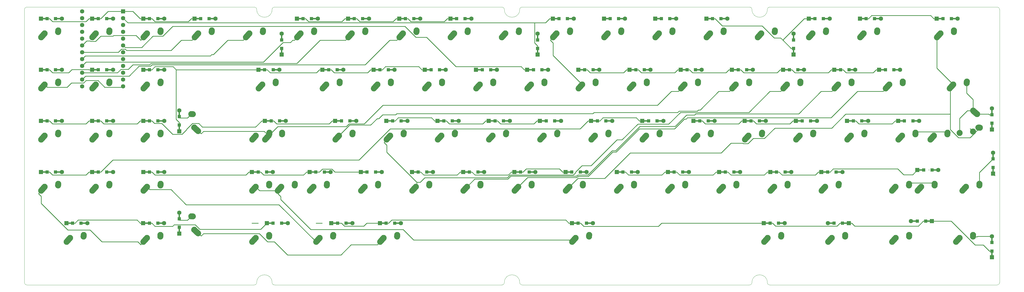
<source format=gbr>
%TF.GenerationSoftware,KiCad,Pcbnew,5.1.10-88a1d61d58~88~ubuntu21.04.1*%
%TF.CreationDate,2021-06-04T00:00:19+02:00*%
%TF.ProjectId,southpawpcb,736f7574-6870-4617-9770-63622e6b6963,rev?*%
%TF.SameCoordinates,Original*%
%TF.FileFunction,Copper,L1,Top*%
%TF.FilePolarity,Positive*%
%FSLAX46Y46*%
G04 Gerber Fmt 4.6, Leading zero omitted, Abs format (unit mm)*
G04 Created by KiCad (PCBNEW 5.1.10-88a1d61d58~88~ubuntu21.04.1) date 2021-06-04 00:00:19*
%MOMM*%
%LPD*%
G01*
G04 APERTURE LIST*
%TA.AperFunction,Profile*%
%ADD10C,0.050000*%
%TD*%
%TA.AperFunction,ComponentPad*%
%ADD11C,2.250000*%
%TD*%
%TA.AperFunction,SMDPad,CuDef*%
%ADD12R,0.500000X2.500000*%
%TD*%
%TA.AperFunction,SMDPad,CuDef*%
%ADD13R,1.200000X1.200000*%
%TD*%
%TA.AperFunction,ComponentPad*%
%ADD14R,1.600000X1.600000*%
%TD*%
%TA.AperFunction,ComponentPad*%
%ADD15C,1.600000*%
%TD*%
%TA.AperFunction,SMDPad,CuDef*%
%ADD16R,2.500000X0.500000*%
%TD*%
%TA.AperFunction,Conductor*%
%ADD17C,0.250000*%
%TD*%
G04 APERTURE END LIST*
D10*
X207042500Y-195818250D02*
G75*
G02*
X206092500Y-196768250I-950000J0D01*
G01*
X298242500Y-93218250D02*
G75*
G02*
X299192500Y-94168250I0J-950000D01*
G01*
X28442500Y-94168250D02*
X28442500Y-194868250D01*
X206092500Y-196768250D02*
X121542500Y-196768250D01*
X298242500Y-196768250D02*
X213692500Y-196768250D01*
X206092500Y-93218250D02*
G75*
G02*
X207042500Y-94168250I0J-950000D01*
G01*
X30342500Y-93218250D02*
X113942500Y-93218250D01*
X213692500Y-196768250D02*
G75*
G02*
X212742500Y-195818250I0J950000D01*
G01*
X121542500Y-196768250D02*
G75*
G02*
X120592500Y-195818250I0J950000D01*
G01*
X120592500Y-94168250D02*
G75*
G02*
X121542500Y-93218250I950000J0D01*
G01*
X390392500Y-93218250D02*
G75*
G02*
X391342500Y-94168250I0J-950000D01*
G01*
X121542500Y-93218250D02*
X206092500Y-93218250D01*
X212742500Y-94168250D02*
G75*
G02*
X213692500Y-93218250I950000J0D01*
G01*
X29392500Y-196768250D02*
G75*
G02*
X28442500Y-195818250I0J950000D01*
G01*
X28442500Y-94168250D02*
G75*
G02*
X29392500Y-93218250I950000J0D01*
G01*
X213692500Y-93218250D02*
X298242500Y-93218250D01*
X207042500Y-195818250D02*
G75*
G02*
X212742500Y-195818250I2850000J0D01*
G01*
X114892500Y-195818250D02*
G75*
G02*
X120592500Y-195818250I2850000J0D01*
G01*
X299192500Y-195818250D02*
G75*
G02*
X298242500Y-196768250I-950000J0D01*
G01*
X113942500Y-196768250D02*
X29392500Y-196768250D01*
X113942500Y-93218250D02*
G75*
G02*
X114892500Y-94168250I0J-950000D01*
G01*
X114892500Y-195818250D02*
G75*
G02*
X113942500Y-196768250I-950000J0D01*
G01*
X304892500Y-94168250D02*
G75*
G02*
X299192500Y-94168250I-2850000J0D01*
G01*
X305842500Y-93218250D02*
X390392500Y-93218250D01*
X120592500Y-94168250D02*
G75*
G02*
X114892500Y-94168250I-2850000J0D01*
G01*
X305842500Y-196768250D02*
X390392500Y-196768250D01*
X299192500Y-195818250D02*
G75*
G02*
X304892500Y-195818250I2850000J0D01*
G01*
X305842500Y-196768250D02*
G75*
G02*
X304892500Y-195818250I0J950000D01*
G01*
X391342500Y-195818250D02*
X391342500Y-94168250D01*
X30342500Y-93218250D02*
X29392500Y-93218250D01*
X391342500Y-195818250D02*
G75*
G02*
X390392500Y-196768250I-950000J0D01*
G01*
X304892500Y-94168250D02*
G75*
G02*
X305842500Y-93218250I950000J0D01*
G01*
X212742500Y-94168250D02*
G75*
G02*
X207042500Y-94168250I-2850000J0D01*
G01*
X28442500Y-194868250D02*
X28442500Y-195818250D01*
D11*
X376445000Y-140107000D03*
X381445000Y-139607000D03*
X382945000Y-133107000D03*
%TA.AperFunction,ComponentPad*%
G36*
G01*
X380647650Y-131045688D02*
X380647650Y-131045688D01*
G75*
G02*
X382236312Y-130959650I837350J-751312D01*
G01*
X383696320Y-132269640D01*
G75*
G02*
X383782358Y-133858302I-751312J-837350D01*
G01*
X383782358Y-133858302D01*
G75*
G02*
X382193696Y-133944340I-837350J751312D01*
G01*
X380733688Y-132634350D01*
G75*
G02*
X380647650Y-131045688I751312J837350D01*
G01*
G37*
%TD.AperFunction*%
X384025000Y-138147000D03*
%TA.AperFunction,ComponentPad*%
G36*
G01*
X382322740Y-138028524D02*
X382322666Y-138029601D01*
G75*
G02*
X383522399Y-136984666I1122334J-77399D01*
G01*
X384102399Y-137024664D01*
G75*
G02*
X385147334Y-138224397I-77399J-1122334D01*
G01*
X385147334Y-138224397D01*
G75*
G02*
X383947601Y-139269332I-1122334J77399D01*
G01*
X383367601Y-139229334D01*
G75*
G02*
X382322666Y-138029601I77399J1122334D01*
G01*
G37*
%TD.AperFunction*%
X352620000Y-160187000D03*
%TA.AperFunction,ComponentPad*%
G36*
G01*
X350558688Y-162484350D02*
X350558683Y-162484345D01*
G75*
G02*
X350472655Y-160895683I751317J837345D01*
G01*
X351782657Y-159435683D01*
G75*
G02*
X353371319Y-159349655I837345J-751317D01*
G01*
X353371319Y-159349655D01*
G75*
G02*
X353457347Y-160938317I-751317J-837345D01*
G01*
X352147345Y-162398317D01*
G75*
G02*
X350558683Y-162484345I-837345J751317D01*
G01*
G37*
%TD.AperFunction*%
X357660000Y-159107000D03*
%TA.AperFunction,ComponentPad*%
G36*
G01*
X357543483Y-160809395D02*
X357542597Y-160809334D01*
G75*
G02*
X356497666Y-159609597I77403J1122334D01*
G01*
X356537666Y-159029597D01*
G75*
G02*
X357737403Y-157984666I1122334J-77403D01*
G01*
X357737403Y-157984666D01*
G75*
G02*
X358782334Y-159184403I-77403J-1122334D01*
G01*
X358742334Y-159764403D01*
G75*
G02*
X357542597Y-160809334I-1122334J77403D01*
G01*
G37*
%TD.AperFunction*%
X124019000Y-160187000D03*
%TA.AperFunction,ComponentPad*%
G36*
G01*
X121957688Y-162484350D02*
X121957683Y-162484345D01*
G75*
G02*
X121871655Y-160895683I751317J837345D01*
G01*
X123181657Y-159435683D01*
G75*
G02*
X124770319Y-159349655I837345J-751317D01*
G01*
X124770319Y-159349655D01*
G75*
G02*
X124856347Y-160938317I-751317J-837345D01*
G01*
X123546345Y-162398317D01*
G75*
G02*
X121957683Y-162484345I-837345J751317D01*
G01*
G37*
%TD.AperFunction*%
X129059000Y-159107000D03*
%TA.AperFunction,ComponentPad*%
G36*
G01*
X128942483Y-160809395D02*
X128941597Y-160809334D01*
G75*
G02*
X127896666Y-159609597I77403J1122334D01*
G01*
X127936666Y-159029597D01*
G75*
G02*
X129136403Y-157984666I1122334J-77403D01*
G01*
X129136403Y-157984666D01*
G75*
G02*
X130181334Y-159184403I-77403J-1122334D01*
G01*
X130141334Y-159764403D01*
G75*
G02*
X128941597Y-160809334I-1122334J77403D01*
G01*
G37*
%TD.AperFunction*%
X366915000Y-141137000D03*
%TA.AperFunction,ComponentPad*%
G36*
G01*
X364853688Y-143434350D02*
X364853683Y-143434345D01*
G75*
G02*
X364767655Y-141845683I751317J837345D01*
G01*
X366077657Y-140385683D01*
G75*
G02*
X367666319Y-140299655I837345J-751317D01*
G01*
X367666319Y-140299655D01*
G75*
G02*
X367752347Y-141888317I-751317J-837345D01*
G01*
X366442345Y-143348317D01*
G75*
G02*
X364853683Y-143434345I-837345J751317D01*
G01*
G37*
%TD.AperFunction*%
X371955000Y-140057000D03*
%TA.AperFunction,ComponentPad*%
G36*
G01*
X371838483Y-141759395D02*
X371837597Y-141759334D01*
G75*
G02*
X370792666Y-140559597I77403J1122334D01*
G01*
X370832666Y-139979597D01*
G75*
G02*
X372032403Y-138934666I1122334J-77403D01*
G01*
X372032403Y-138934666D01*
G75*
G02*
X373077334Y-140134403I-77403J-1122334D01*
G01*
X373037334Y-140714403D01*
G75*
G02*
X371837597Y-141759334I-1122334J77403D01*
G01*
G37*
%TD.AperFunction*%
X114545000Y-141137000D03*
%TA.AperFunction,ComponentPad*%
G36*
G01*
X112483688Y-143434350D02*
X112483683Y-143434345D01*
G75*
G02*
X112397655Y-141845683I751317J837345D01*
G01*
X113707657Y-140385683D01*
G75*
G02*
X115296319Y-140299655I837345J-751317D01*
G01*
X115296319Y-140299655D01*
G75*
G02*
X115382347Y-141888317I-751317J-837345D01*
G01*
X114072345Y-143348317D01*
G75*
G02*
X112483683Y-143434345I-837345J751317D01*
G01*
G37*
%TD.AperFunction*%
X119585000Y-140057000D03*
%TA.AperFunction,ComponentPad*%
G36*
G01*
X119468483Y-141759395D02*
X119467597Y-141759334D01*
G75*
G02*
X118422666Y-140559597I77403J1122334D01*
G01*
X118462666Y-139979597D01*
G75*
G02*
X119662403Y-138934666I1122334J-77403D01*
G01*
X119662403Y-138934666D01*
G75*
G02*
X120707334Y-140134403I-77403J-1122334D01*
G01*
X120667334Y-140714403D01*
G75*
G02*
X119467597Y-141759334I-1122334J77403D01*
G01*
G37*
%TD.AperFunction*%
X374096000Y-122087000D03*
%TA.AperFunction,ComponentPad*%
G36*
G01*
X372034688Y-124384350D02*
X372034683Y-124384345D01*
G75*
G02*
X371948655Y-122795683I751317J837345D01*
G01*
X373258657Y-121335683D01*
G75*
G02*
X374847319Y-121249655I837345J-751317D01*
G01*
X374847319Y-121249655D01*
G75*
G02*
X374933347Y-122838317I-751317J-837345D01*
G01*
X373623345Y-124298317D01*
G75*
G02*
X372034683Y-124384345I-837345J751317D01*
G01*
G37*
%TD.AperFunction*%
X379136000Y-121007000D03*
%TA.AperFunction,ComponentPad*%
G36*
G01*
X379019483Y-122709395D02*
X379018597Y-122709334D01*
G75*
G02*
X377973666Y-121509597I77403J1122334D01*
G01*
X378013666Y-120929597D01*
G75*
G02*
X379213403Y-119884666I1122334J-77403D01*
G01*
X379213403Y-119884666D01*
G75*
G02*
X380258334Y-121084403I-77403J-1122334D01*
G01*
X380218334Y-121664403D01*
G75*
G02*
X379018597Y-122709334I-1122334J77403D01*
G01*
G37*
%TD.AperFunction*%
X378820000Y-160187000D03*
%TA.AperFunction,ComponentPad*%
G36*
G01*
X376758688Y-162484350D02*
X376758683Y-162484345D01*
G75*
G02*
X376672655Y-160895683I751317J837345D01*
G01*
X377982657Y-159435683D01*
G75*
G02*
X379571319Y-159349655I837345J-751317D01*
G01*
X379571319Y-159349655D01*
G75*
G02*
X379657347Y-160938317I-751317J-837345D01*
G01*
X378347345Y-162398317D01*
G75*
G02*
X376758683Y-162484345I-837345J751317D01*
G01*
G37*
%TD.AperFunction*%
X383860000Y-159107000D03*
%TA.AperFunction,ComponentPad*%
G36*
G01*
X383743483Y-160809395D02*
X383742597Y-160809334D01*
G75*
G02*
X382697666Y-159609597I77403J1122334D01*
G01*
X382737666Y-159029597D01*
G75*
G02*
X383937403Y-157984666I1122334J-77403D01*
G01*
X383937403Y-157984666D01*
G75*
G02*
X384982334Y-159184403I-77403J-1122334D01*
G01*
X384942334Y-159764403D01*
G75*
G02*
X383742597Y-160809334I-1122334J77403D01*
G01*
G37*
%TD.AperFunction*%
D12*
X388874000Y-154084000D03*
D13*
X388874000Y-152959000D03*
X388874000Y-149809000D03*
D12*
X388874000Y-148684000D03*
D14*
X388874000Y-155284000D03*
D15*
X388874000Y-147484000D03*
D14*
X65187500Y-94779400D03*
D15*
X65187500Y-97319400D03*
X65187500Y-99859400D03*
X65187500Y-102399400D03*
X65187500Y-104939400D03*
X65187500Y-107479400D03*
X65187500Y-110019400D03*
X65187500Y-112559400D03*
X65187500Y-115099400D03*
X65187500Y-117639400D03*
X65187500Y-120179400D03*
X65187500Y-122719400D03*
X49947500Y-122719400D03*
X49947500Y-120179400D03*
X49947500Y-117639400D03*
X49947500Y-115099400D03*
X49947500Y-112559400D03*
X49947500Y-110019400D03*
X49947500Y-107479400D03*
X49947500Y-104939400D03*
X49947500Y-102399400D03*
X49947500Y-99859400D03*
X49947500Y-97319400D03*
X49947500Y-94779400D03*
%TA.AperFunction,ComponentPad*%
G36*
G01*
X245671483Y-141759395D02*
X245670597Y-141759334D01*
G75*
G02*
X244625666Y-140559597I77403J1122334D01*
G01*
X244665666Y-139979597D01*
G75*
G02*
X245865403Y-138934666I1122334J-77403D01*
G01*
X245865403Y-138934666D01*
G75*
G02*
X246910334Y-140134403I-77403J-1122334D01*
G01*
X246870334Y-140714403D01*
G75*
G02*
X245670597Y-141759334I-1122334J77403D01*
G01*
G37*
%TD.AperFunction*%
D11*
X245788000Y-140057000D03*
%TA.AperFunction,ComponentPad*%
G36*
G01*
X238686688Y-143434350D02*
X238686683Y-143434345D01*
G75*
G02*
X238600655Y-141845683I751317J837345D01*
G01*
X239910657Y-140385683D01*
G75*
G02*
X241499319Y-140299655I837345J-751317D01*
G01*
X241499319Y-140299655D01*
G75*
G02*
X241585347Y-141888317I-751317J-837345D01*
G01*
X240275345Y-143348317D01*
G75*
G02*
X238686683Y-143434345I-837345J751317D01*
G01*
G37*
%TD.AperFunction*%
X240748000Y-141137000D03*
D16*
X150061000Y-97512000D03*
D13*
X151186000Y-97512000D03*
X154336000Y-97512000D03*
D16*
X155461000Y-97512000D03*
D14*
X148861000Y-97512000D03*
D15*
X156661000Y-97512000D03*
%TA.AperFunction,ComponentPad*%
G36*
G01*
X274247483Y-160809395D02*
X274246597Y-160809334D01*
G75*
G02*
X273201666Y-159609597I77403J1122334D01*
G01*
X273241666Y-159029597D01*
G75*
G02*
X274441403Y-157984666I1122334J-77403D01*
G01*
X274441403Y-157984666D01*
G75*
G02*
X275486334Y-159184403I-77403J-1122334D01*
G01*
X275446334Y-159764403D01*
G75*
G02*
X274246597Y-160809334I-1122334J77403D01*
G01*
G37*
%TD.AperFunction*%
D11*
X274364000Y-159107000D03*
%TA.AperFunction,ComponentPad*%
G36*
G01*
X267262688Y-162484350D02*
X267262683Y-162484345D01*
G75*
G02*
X267176655Y-160895683I751317J837345D01*
G01*
X268486657Y-159435683D01*
G75*
G02*
X270075319Y-159349655I837345J-751317D01*
G01*
X270075319Y-159349655D01*
G75*
G02*
X270161347Y-160938317I-751317J-837345D01*
G01*
X268851345Y-162398317D01*
G75*
G02*
X267262683Y-162484345I-837345J751317D01*
G01*
G37*
%TD.AperFunction*%
X269324000Y-160187000D03*
D15*
X285248000Y-135612000D03*
D14*
X277448000Y-135612000D03*
D16*
X284048000Y-135612000D03*
D13*
X282923000Y-135612000D03*
X279773000Y-135612000D03*
D16*
X278648000Y-135612000D03*
%TA.AperFunction,ComponentPad*%
G36*
G01*
X333778483Y-179859395D02*
X333777597Y-179859334D01*
G75*
G02*
X332732666Y-178659597I77403J1122334D01*
G01*
X332772666Y-178079597D01*
G75*
G02*
X333972403Y-177034666I1122334J-77403D01*
G01*
X333972403Y-177034666D01*
G75*
G02*
X335017334Y-178234403I-77403J-1122334D01*
G01*
X334977334Y-178814403D01*
G75*
G02*
X333777597Y-179859334I-1122334J77403D01*
G01*
G37*
%TD.AperFunction*%
D11*
X333895000Y-178157000D03*
%TA.AperFunction,ComponentPad*%
G36*
G01*
X326793688Y-181534350D02*
X326793683Y-181534345D01*
G75*
G02*
X326707655Y-179945683I751317J837345D01*
G01*
X328017657Y-178485683D01*
G75*
G02*
X329606319Y-178399655I837345J-751317D01*
G01*
X329606319Y-178399655D01*
G75*
G02*
X329692347Y-179988317I-751317J-837345D01*
G01*
X328382345Y-181448317D01*
G75*
G02*
X326793683Y-181534345I-837345J751317D01*
G01*
G37*
%TD.AperFunction*%
X328855000Y-179237000D03*
D15*
X126455000Y-173712000D03*
D14*
X118655000Y-173712000D03*
D16*
X125255000Y-173712000D03*
D13*
X124130000Y-173712000D03*
X120980000Y-173712000D03*
D16*
X119855000Y-173712000D03*
D11*
X155024000Y-160187000D03*
%TA.AperFunction,ComponentPad*%
G36*
G01*
X152962688Y-162484350D02*
X152962683Y-162484345D01*
G75*
G02*
X152876655Y-160895683I751317J837345D01*
G01*
X154186657Y-159435683D01*
G75*
G02*
X155775319Y-159349655I837345J-751317D01*
G01*
X155775319Y-159349655D01*
G75*
G02*
X155861347Y-160938317I-751317J-837345D01*
G01*
X154551345Y-162398317D01*
G75*
G02*
X152962683Y-162484345I-837345J751317D01*
G01*
G37*
%TD.AperFunction*%
X160064000Y-159107000D03*
%TA.AperFunction,ComponentPad*%
G36*
G01*
X159947483Y-160809395D02*
X159946597Y-160809334D01*
G75*
G02*
X158901666Y-159609597I77403J1122334D01*
G01*
X158941666Y-159029597D01*
G75*
G02*
X160141403Y-157984666I1122334J-77403D01*
G01*
X160141403Y-157984666D01*
G75*
G02*
X161186334Y-159184403I-77403J-1122334D01*
G01*
X161146334Y-159764403D01*
G75*
G02*
X159946597Y-160809334I-1122334J77403D01*
G01*
G37*
%TD.AperFunction*%
D16*
X73861200Y-135612000D03*
D13*
X74986200Y-135612000D03*
X78136200Y-135612000D03*
D16*
X79261200Y-135612000D03*
D14*
X72661200Y-135612000D03*
D15*
X80461200Y-135612000D03*
D11*
X159786000Y-122087000D03*
%TA.AperFunction,ComponentPad*%
G36*
G01*
X157724688Y-124384350D02*
X157724683Y-124384345D01*
G75*
G02*
X157638655Y-122795683I751317J837345D01*
G01*
X158948657Y-121335683D01*
G75*
G02*
X160537319Y-121249655I837345J-751317D01*
G01*
X160537319Y-121249655D01*
G75*
G02*
X160623347Y-122838317I-751317J-837345D01*
G01*
X159313345Y-124298317D01*
G75*
G02*
X157724683Y-124384345I-837345J751317D01*
G01*
G37*
%TD.AperFunction*%
X164826000Y-121007000D03*
%TA.AperFunction,ComponentPad*%
G36*
G01*
X164709483Y-122709395D02*
X164708597Y-122709334D01*
G75*
G02*
X163663666Y-121509597I77403J1122334D01*
G01*
X163703666Y-120929597D01*
G75*
G02*
X164903403Y-119884666I1122334J-77403D01*
G01*
X164903403Y-119884666D01*
G75*
G02*
X165948334Y-121084403I-77403J-1122334D01*
G01*
X165908334Y-121664403D01*
G75*
G02*
X164708597Y-122709334I-1122334J77403D01*
G01*
G37*
%TD.AperFunction*%
%TA.AperFunction,ComponentPad*%
G36*
G01*
X174234483Y-103659395D02*
X174233597Y-103659334D01*
G75*
G02*
X173188666Y-102459597I77403J1122334D01*
G01*
X173228666Y-101879597D01*
G75*
G02*
X174428403Y-100834666I1122334J-77403D01*
G01*
X174428403Y-100834666D01*
G75*
G02*
X175473334Y-102034403I-77403J-1122334D01*
G01*
X175433334Y-102614403D01*
G75*
G02*
X174233597Y-103659334I-1122334J77403D01*
G01*
G37*
%TD.AperFunction*%
X174351000Y-101957000D03*
%TA.AperFunction,ComponentPad*%
G36*
G01*
X167249688Y-105334350D02*
X167249683Y-105334345D01*
G75*
G02*
X167163655Y-103745683I751317J837345D01*
G01*
X168473657Y-102285683D01*
G75*
G02*
X170062319Y-102199655I837345J-751317D01*
G01*
X170062319Y-102199655D01*
G75*
G02*
X170148347Y-103788317I-751317J-837345D01*
G01*
X168838345Y-105248317D01*
G75*
G02*
X167249683Y-105334345I-837345J751317D01*
G01*
G37*
%TD.AperFunction*%
X169311000Y-103037000D03*
D15*
X61411200Y-97512000D03*
D14*
X53611200Y-97512000D03*
D16*
X60211200Y-97512000D03*
D13*
X59086200Y-97512000D03*
X55936200Y-97512000D03*
D16*
X54811200Y-97512000D03*
D15*
X323348000Y-135612000D03*
D14*
X315548000Y-135612000D03*
D16*
X322148000Y-135612000D03*
D13*
X321023000Y-135612000D03*
X317873000Y-135612000D03*
D16*
X316748000Y-135612000D03*
%TA.AperFunction,ComponentPad*%
G36*
G01*
X221859483Y-122709395D02*
X221858597Y-122709334D01*
G75*
G02*
X220813666Y-121509597I77403J1122334D01*
G01*
X220853666Y-120929597D01*
G75*
G02*
X222053403Y-119884666I1122334J-77403D01*
G01*
X222053403Y-119884666D01*
G75*
G02*
X223098334Y-121084403I-77403J-1122334D01*
G01*
X223058334Y-121664403D01*
G75*
G02*
X221858597Y-122709334I-1122334J77403D01*
G01*
G37*
%TD.AperFunction*%
D11*
X221976000Y-121007000D03*
%TA.AperFunction,ComponentPad*%
G36*
G01*
X214874688Y-124384350D02*
X214874683Y-124384345D01*
G75*
G02*
X214788655Y-122795683I751317J837345D01*
G01*
X216098657Y-121335683D01*
G75*
G02*
X217687319Y-121249655I837345J-751317D01*
G01*
X217687319Y-121249655D01*
G75*
G02*
X217773347Y-122838317I-751317J-837345D01*
G01*
X216463345Y-124298317D01*
G75*
G02*
X214874683Y-124384345I-837345J751317D01*
G01*
G37*
%TD.AperFunction*%
X216936000Y-122087000D03*
D16*
X73861200Y-116562000D03*
D13*
X74986200Y-116562000D03*
X78136200Y-116562000D03*
D16*
X79261200Y-116562000D03*
D14*
X72661200Y-116562000D03*
D15*
X80461200Y-116562000D03*
X42361200Y-154662000D03*
D14*
X34561200Y-154662000D03*
D16*
X41161200Y-154662000D03*
D13*
X40036200Y-154662000D03*
X36886200Y-154662000D03*
D16*
X35761200Y-154662000D03*
D15*
X185236000Y-116562000D03*
D14*
X177436000Y-116562000D03*
D16*
X184036000Y-116562000D03*
D13*
X182911000Y-116562000D03*
X179761000Y-116562000D03*
D16*
X178636000Y-116562000D03*
X173874000Y-154662000D03*
D13*
X174999000Y-154662000D03*
X178149000Y-154662000D03*
D16*
X179274000Y-154662000D03*
D14*
X172674000Y-154662000D03*
D15*
X180474000Y-154662000D03*
X170948000Y-135612000D03*
D14*
X163148000Y-135612000D03*
D16*
X169748000Y-135612000D03*
D13*
X168623000Y-135612000D03*
X165473000Y-135612000D03*
D16*
X164348000Y-135612000D03*
D15*
X99511200Y-97512000D03*
D14*
X91711200Y-97512000D03*
D16*
X98311200Y-97512000D03*
D13*
X97186200Y-97512000D03*
X94036200Y-97512000D03*
D16*
X92911200Y-97512000D03*
%TA.AperFunction,ComponentPad*%
G36*
G01*
X202809483Y-122709395D02*
X202808597Y-122709334D01*
G75*
G02*
X201763666Y-121509597I77403J1122334D01*
G01*
X201803666Y-120929597D01*
G75*
G02*
X203003403Y-119884666I1122334J-77403D01*
G01*
X203003403Y-119884666D01*
G75*
G02*
X204048334Y-121084403I-77403J-1122334D01*
G01*
X204008334Y-121664403D01*
G75*
G02*
X202808597Y-122709334I-1122334J77403D01*
G01*
G37*
%TD.AperFunction*%
D11*
X202926000Y-121007000D03*
%TA.AperFunction,ComponentPad*%
G36*
G01*
X195824688Y-124384350D02*
X195824683Y-124384345D01*
G75*
G02*
X195738655Y-122795683I751317J837345D01*
G01*
X197048657Y-121335683D01*
G75*
G02*
X198637319Y-121249655I837345J-751317D01*
G01*
X198637319Y-121249655D01*
G75*
G02*
X198723347Y-122838317I-751317J-837345D01*
G01*
X197413345Y-124298317D01*
G75*
G02*
X195824683Y-124384345I-837345J751317D01*
G01*
G37*
%TD.AperFunction*%
X197886000Y-122087000D03*
D16*
X73861200Y-97512000D03*
D13*
X74986200Y-97512000D03*
X78136200Y-97512000D03*
D16*
X79261200Y-97512000D03*
D14*
X72661200Y-97512000D03*
D15*
X80461200Y-97512000D03*
%TA.AperFunction,ComponentPad*%
G36*
G01*
X117084483Y-103659395D02*
X117083597Y-103659334D01*
G75*
G02*
X116038666Y-102459597I77403J1122334D01*
G01*
X116078666Y-101879597D01*
G75*
G02*
X117278403Y-100834666I1122334J-77403D01*
G01*
X117278403Y-100834666D01*
G75*
G02*
X118323334Y-102034403I-77403J-1122334D01*
G01*
X118283334Y-102614403D01*
G75*
G02*
X117083597Y-103659334I-1122334J77403D01*
G01*
G37*
%TD.AperFunction*%
D11*
X117201000Y-101957000D03*
%TA.AperFunction,ComponentPad*%
G36*
G01*
X110099688Y-105334350D02*
X110099683Y-105334345D01*
G75*
G02*
X110013655Y-103745683I751317J837345D01*
G01*
X111323657Y-102285683D01*
G75*
G02*
X112912319Y-102199655I837345J-751317D01*
G01*
X112912319Y-102199655D01*
G75*
G02*
X112998347Y-103788317I-751317J-837345D01*
G01*
X111688345Y-105248317D01*
G75*
G02*
X110099683Y-105334345I-837345J751317D01*
G01*
G37*
%TD.AperFunction*%
X112161000Y-103037000D03*
X250274000Y-160187000D03*
%TA.AperFunction,ComponentPad*%
G36*
G01*
X248212688Y-162484350D02*
X248212683Y-162484345D01*
G75*
G02*
X248126655Y-160895683I751317J837345D01*
G01*
X249436657Y-159435683D01*
G75*
G02*
X251025319Y-159349655I837345J-751317D01*
G01*
X251025319Y-159349655D01*
G75*
G02*
X251111347Y-160938317I-751317J-837345D01*
G01*
X249801345Y-162398317D01*
G75*
G02*
X248212683Y-162484345I-837345J751317D01*
G01*
G37*
%TD.AperFunction*%
X255314000Y-159107000D03*
%TA.AperFunction,ComponentPad*%
G36*
G01*
X255197483Y-160809395D02*
X255196597Y-160809334D01*
G75*
G02*
X254151666Y-159609597I77403J1122334D01*
G01*
X254191666Y-159029597D01*
G75*
G02*
X255391403Y-157984666I1122334J-77403D01*
G01*
X255391403Y-157984666D01*
G75*
G02*
X256436334Y-159184403I-77403J-1122334D01*
G01*
X256396334Y-159764403D01*
G75*
G02*
X255196597Y-160809334I-1122334J77403D01*
G01*
G37*
%TD.AperFunction*%
D16*
X159586000Y-116562000D03*
D13*
X160711000Y-116562000D03*
X163861000Y-116562000D03*
D16*
X164986000Y-116562000D03*
D14*
X158386000Y-116562000D03*
D15*
X166186000Y-116562000D03*
X80417500Y-173712000D03*
D14*
X72617500Y-173712000D03*
D16*
X79217500Y-173712000D03*
D13*
X78092500Y-173712000D03*
X74942500Y-173712000D03*
D16*
X73817500Y-173712000D03*
D11*
X307424000Y-160187000D03*
%TA.AperFunction,ComponentPad*%
G36*
G01*
X305362688Y-162484350D02*
X305362683Y-162484345D01*
G75*
G02*
X305276655Y-160895683I751317J837345D01*
G01*
X306586657Y-159435683D01*
G75*
G02*
X308175319Y-159349655I837345J-751317D01*
G01*
X308175319Y-159349655D01*
G75*
G02*
X308261347Y-160938317I-751317J-837345D01*
G01*
X306951345Y-162398317D01*
G75*
G02*
X305362683Y-162484345I-837345J751317D01*
G01*
G37*
%TD.AperFunction*%
X312464000Y-159107000D03*
%TA.AperFunction,ComponentPad*%
G36*
G01*
X312347483Y-160809395D02*
X312346597Y-160809334D01*
G75*
G02*
X311301666Y-159609597I77403J1122334D01*
G01*
X311341666Y-159029597D01*
G75*
G02*
X312541403Y-157984666I1122334J-77403D01*
G01*
X312541403Y-157984666D01*
G75*
G02*
X313586334Y-159184403I-77403J-1122334D01*
G01*
X313546334Y-159764403D01*
G75*
G02*
X312346597Y-160809334I-1122334J77403D01*
G01*
G37*
%TD.AperFunction*%
D15*
X358367000Y-173005800D03*
D14*
X366167000Y-173005800D03*
D16*
X359567000Y-173005800D03*
D13*
X360692000Y-173005800D03*
X363842000Y-173005800D03*
D16*
X364967000Y-173005800D03*
D15*
X327411000Y-173712000D03*
D14*
X335211000Y-173712000D03*
D16*
X328611000Y-173712000D03*
D13*
X329736000Y-173712000D03*
X332886000Y-173712000D03*
D16*
X334011000Y-173712000D03*
X221498000Y-135612000D03*
D13*
X222623000Y-135612000D03*
X225773000Y-135612000D03*
D16*
X226898000Y-135612000D03*
D14*
X220298000Y-135612000D03*
D15*
X228098000Y-135612000D03*
X328111000Y-97512000D03*
D14*
X320311000Y-97512000D03*
D16*
X326911000Y-97512000D03*
D13*
X325786000Y-97512000D03*
X322636000Y-97512000D03*
D16*
X321511000Y-97512000D03*
%TA.AperFunction,ComponentPad*%
G36*
G01*
X183759483Y-122709395D02*
X183758597Y-122709334D01*
G75*
G02*
X182713666Y-121509597I77403J1122334D01*
G01*
X182753666Y-120929597D01*
G75*
G02*
X183953403Y-119884666I1122334J-77403D01*
G01*
X183953403Y-119884666D01*
G75*
G02*
X184998334Y-121084403I-77403J-1122334D01*
G01*
X184958334Y-121664403D01*
G75*
G02*
X183758597Y-122709334I-1122334J77403D01*
G01*
G37*
%TD.AperFunction*%
D11*
X183876000Y-121007000D03*
%TA.AperFunction,ComponentPad*%
G36*
G01*
X176774688Y-124384350D02*
X176774683Y-124384345D01*
G75*
G02*
X176688655Y-122795683I751317J837345D01*
G01*
X177998657Y-121335683D01*
G75*
G02*
X179587319Y-121249655I837345J-751317D01*
G01*
X179587319Y-121249655D01*
G75*
G02*
X179673347Y-122838317I-751317J-837345D01*
G01*
X178363345Y-124298317D01*
G75*
G02*
X176774683Y-124384345I-837345J751317D01*
G01*
G37*
%TD.AperFunction*%
X178836000Y-122087000D03*
X131211000Y-103037000D03*
%TA.AperFunction,ComponentPad*%
G36*
G01*
X129149688Y-105334350D02*
X129149683Y-105334345D01*
G75*
G02*
X129063655Y-103745683I751317J837345D01*
G01*
X130373657Y-102285683D01*
G75*
G02*
X131962319Y-102199655I837345J-751317D01*
G01*
X131962319Y-102199655D01*
G75*
G02*
X132048347Y-103788317I-751317J-837345D01*
G01*
X130738345Y-105248317D01*
G75*
G02*
X129149683Y-105334345I-837345J751317D01*
G01*
G37*
%TD.AperFunction*%
X136251000Y-101957000D03*
%TA.AperFunction,ComponentPad*%
G36*
G01*
X136134483Y-103659395D02*
X136133597Y-103659334D01*
G75*
G02*
X135088666Y-102459597I77403J1122334D01*
G01*
X135128666Y-101879597D01*
G75*
G02*
X136328403Y-100834666I1122334J-77403D01*
G01*
X136328403Y-100834666D01*
G75*
G02*
X137373334Y-102034403I-77403J-1122334D01*
G01*
X137333334Y-102614403D01*
G75*
G02*
X136133597Y-103659334I-1122334J77403D01*
G01*
G37*
%TD.AperFunction*%
D15*
X86086200Y-131712000D03*
D14*
X86086200Y-139512000D03*
D12*
X86086200Y-132912000D03*
D13*
X86086200Y-134037000D03*
X86086200Y-137187000D03*
D12*
X86086200Y-138312000D03*
D15*
X219436000Y-103137000D03*
D14*
X219436000Y-110937000D03*
D12*
X219436000Y-104337000D03*
D13*
X219436000Y-105462000D03*
X219436000Y-108612000D03*
D12*
X219436000Y-109737000D03*
D11*
X255036000Y-122087000D03*
%TA.AperFunction,ComponentPad*%
G36*
G01*
X252974688Y-124384350D02*
X252974683Y-124384345D01*
G75*
G02*
X252888655Y-122795683I751317J837345D01*
G01*
X254198657Y-121335683D01*
G75*
G02*
X255787319Y-121249655I837345J-751317D01*
G01*
X255787319Y-121249655D01*
G75*
G02*
X255873347Y-122838317I-751317J-837345D01*
G01*
X254563345Y-124298317D01*
G75*
G02*
X252974683Y-124384345I-837345J751317D01*
G01*
G37*
%TD.AperFunction*%
X260076000Y-121007000D03*
%TA.AperFunction,ComponentPad*%
G36*
G01*
X259959483Y-122709395D02*
X259958597Y-122709334D01*
G75*
G02*
X258913666Y-121509597I77403J1122334D01*
G01*
X258953666Y-120929597D01*
G75*
G02*
X260153403Y-119884666I1122334J-77403D01*
G01*
X260153403Y-119884666D01*
G75*
G02*
X261198334Y-121084403I-77403J-1122334D01*
G01*
X261158334Y-121664403D01*
G75*
G02*
X259958597Y-122709334I-1122334J77403D01*
G01*
G37*
%TD.AperFunction*%
D16*
X54811200Y-154662000D03*
D13*
X55936200Y-154662000D03*
X59086200Y-154662000D03*
D16*
X60211200Y-154662000D03*
D14*
X53611200Y-154662000D03*
D15*
X61411200Y-154662000D03*
D16*
X35761200Y-116562000D03*
D13*
X36886200Y-116562000D03*
X40036200Y-116562000D03*
D16*
X41161200Y-116562000D03*
D14*
X34561200Y-116562000D03*
D15*
X42361200Y-116562000D03*
D11*
X350286000Y-122087000D03*
%TA.AperFunction,ComponentPad*%
G36*
G01*
X348224688Y-124384350D02*
X348224683Y-124384345D01*
G75*
G02*
X348138655Y-122795683I751317J837345D01*
G01*
X349448657Y-121335683D01*
G75*
G02*
X351037319Y-121249655I837345J-751317D01*
G01*
X351037319Y-121249655D01*
G75*
G02*
X351123347Y-122838317I-751317J-837345D01*
G01*
X349813345Y-124298317D01*
G75*
G02*
X348224683Y-124384345I-837345J751317D01*
G01*
G37*
%TD.AperFunction*%
X355326000Y-121007000D03*
%TA.AperFunction,ComponentPad*%
G36*
G01*
X355209483Y-122709395D02*
X355208597Y-122709334D01*
G75*
G02*
X354163666Y-121509597I77403J1122334D01*
G01*
X354203666Y-120929597D01*
G75*
G02*
X355403403Y-119884666I1122334J-77403D01*
G01*
X355403403Y-119884666D01*
G75*
G02*
X356448334Y-121084403I-77403J-1122334D01*
G01*
X356408334Y-121664403D01*
G75*
G02*
X355208597Y-122709334I-1122334J77403D01*
G01*
G37*
%TD.AperFunction*%
D16*
X114299000Y-154662000D03*
D13*
X115424000Y-154662000D03*
X118574000Y-154662000D03*
D16*
X119699000Y-154662000D03*
D14*
X113099000Y-154662000D03*
D15*
X120899000Y-154662000D03*
D11*
X274086000Y-122087000D03*
%TA.AperFunction,ComponentPad*%
G36*
G01*
X272024688Y-124384350D02*
X272024683Y-124384345D01*
G75*
G02*
X271938655Y-122795683I751317J837345D01*
G01*
X273248657Y-121335683D01*
G75*
G02*
X274837319Y-121249655I837345J-751317D01*
G01*
X274837319Y-121249655D01*
G75*
G02*
X274923347Y-122838317I-751317J-837345D01*
G01*
X273613345Y-124298317D01*
G75*
G02*
X272024683Y-124384345I-837345J751317D01*
G01*
G37*
%TD.AperFunction*%
X279126000Y-121007000D03*
%TA.AperFunction,ComponentPad*%
G36*
G01*
X279009483Y-122709395D02*
X279008597Y-122709334D01*
G75*
G02*
X277963666Y-121509597I77403J1122334D01*
G01*
X278003666Y-120929597D01*
G75*
G02*
X279203403Y-119884666I1122334J-77403D01*
G01*
X279203403Y-119884666D01*
G75*
G02*
X280248334Y-121084403I-77403J-1122334D01*
G01*
X280208334Y-121664403D01*
G75*
G02*
X279008597Y-122709334I-1122334J77403D01*
G01*
G37*
%TD.AperFunction*%
D16*
X259598000Y-135612000D03*
D13*
X260723000Y-135612000D03*
X263873000Y-135612000D03*
D16*
X264998000Y-135612000D03*
D14*
X258398000Y-135612000D03*
D15*
X266198000Y-135612000D03*
D12*
X314686000Y-109737000D03*
D13*
X314686000Y-108612000D03*
X314686000Y-105462000D03*
D12*
X314686000Y-104337000D03*
D14*
X314686000Y-110937000D03*
D15*
X314686000Y-103137000D03*
X313824000Y-154662000D03*
D14*
X306024000Y-154662000D03*
D16*
X312624000Y-154662000D03*
D13*
X311499000Y-154662000D03*
X308349000Y-154662000D03*
D16*
X307224000Y-154662000D03*
%TA.AperFunction,ComponentPad*%
G36*
G01*
X124228483Y-141759395D02*
X124227597Y-141759334D01*
G75*
G02*
X123182666Y-140559597I77403J1122334D01*
G01*
X123222666Y-139979597D01*
G75*
G02*
X124422403Y-138934666I1122334J-77403D01*
G01*
X124422403Y-138934666D01*
G75*
G02*
X125467334Y-140134403I-77403J-1122334D01*
G01*
X125427334Y-140714403D01*
G75*
G02*
X124227597Y-141759334I-1122334J77403D01*
G01*
G37*
%TD.AperFunction*%
D11*
X124345000Y-140057000D03*
%TA.AperFunction,ComponentPad*%
G36*
G01*
X117243688Y-143434350D02*
X117243683Y-143434345D01*
G75*
G02*
X117157655Y-141845683I751317J837345D01*
G01*
X118467657Y-140385683D01*
G75*
G02*
X120056319Y-140299655I837345J-751317D01*
G01*
X120056319Y-140299655D01*
G75*
G02*
X120142347Y-141888317I-751317J-837345D01*
G01*
X118832345Y-143348317D01*
G75*
G02*
X117243683Y-143434345I-837345J751317D01*
G01*
G37*
%TD.AperFunction*%
X119305000Y-141137000D03*
%TA.AperFunction,ComponentPad*%
G36*
G01*
X236147483Y-160809395D02*
X236146597Y-160809334D01*
G75*
G02*
X235101666Y-159609597I77403J1122334D01*
G01*
X235141666Y-159029597D01*
G75*
G02*
X236341403Y-157984666I1122334J-77403D01*
G01*
X236341403Y-157984666D01*
G75*
G02*
X237386334Y-159184403I-77403J-1122334D01*
G01*
X237346334Y-159764403D01*
G75*
G02*
X236146597Y-160809334I-1122334J77403D01*
G01*
G37*
%TD.AperFunction*%
X236264000Y-159107000D03*
%TA.AperFunction,ComponentPad*%
G36*
G01*
X229162688Y-162484350D02*
X229162683Y-162484345D01*
G75*
G02*
X229076655Y-160895683I751317J837345D01*
G01*
X230386657Y-159435683D01*
G75*
G02*
X231975319Y-159349655I837345J-751317D01*
G01*
X231975319Y-159349655D01*
G75*
G02*
X232061347Y-160938317I-751317J-837345D01*
G01*
X230751345Y-162398317D01*
G75*
G02*
X229162683Y-162484345I-837345J751317D01*
G01*
G37*
%TD.AperFunction*%
X231224000Y-160187000D03*
X145498000Y-141137000D03*
%TA.AperFunction,ComponentPad*%
G36*
G01*
X143436688Y-143434350D02*
X143436683Y-143434345D01*
G75*
G02*
X143350655Y-141845683I751317J837345D01*
G01*
X144660657Y-140385683D01*
G75*
G02*
X146249319Y-140299655I837345J-751317D01*
G01*
X146249319Y-140299655D01*
G75*
G02*
X146335347Y-141888317I-751317J-837345D01*
G01*
X145025345Y-143348317D01*
G75*
G02*
X143436683Y-143434345I-837345J751317D01*
G01*
G37*
%TD.AperFunction*%
X150538000Y-140057000D03*
%TA.AperFunction,ComponentPad*%
G36*
G01*
X150421483Y-141759395D02*
X150420597Y-141759334D01*
G75*
G02*
X149375666Y-140559597I77403J1122334D01*
G01*
X149415666Y-139979597D01*
G75*
G02*
X150615403Y-138934666I1122334J-77403D01*
G01*
X150615403Y-138934666D01*
G75*
G02*
X151660334Y-140134403I-77403J-1122334D01*
G01*
X151620334Y-140714403D01*
G75*
G02*
X150420597Y-141759334I-1122334J77403D01*
G01*
G37*
%TD.AperFunction*%
D15*
X388461000Y-131005800D03*
D14*
X388461000Y-138805800D03*
D12*
X388461000Y-132205800D03*
D13*
X388461000Y-133330800D03*
X388461000Y-136480800D03*
D12*
X388461000Y-137605800D03*
D16*
X211974000Y-154662000D03*
D13*
X213099000Y-154662000D03*
X216249000Y-154662000D03*
D16*
X217374000Y-154662000D03*
D14*
X210774000Y-154662000D03*
D15*
X218574000Y-154662000D03*
D16*
X192924000Y-154662000D03*
D13*
X194049000Y-154662000D03*
X197199000Y-154662000D03*
D16*
X198324000Y-154662000D03*
D14*
X191724000Y-154662000D03*
D15*
X199524000Y-154662000D03*
X361405000Y-135612000D03*
D14*
X353605000Y-135612000D03*
D16*
X360205000Y-135612000D03*
D13*
X359080000Y-135612000D03*
X355930000Y-135612000D03*
D16*
X354805000Y-135612000D03*
%TA.AperFunction,ComponentPad*%
G36*
G01*
X188521483Y-141759395D02*
X188520597Y-141759334D01*
G75*
G02*
X187475666Y-140559597I77403J1122334D01*
G01*
X187515666Y-139979597D01*
G75*
G02*
X188715403Y-138934666I1122334J-77403D01*
G01*
X188715403Y-138934666D01*
G75*
G02*
X189760334Y-140134403I-77403J-1122334D01*
G01*
X189720334Y-140714403D01*
G75*
G02*
X188520597Y-141759334I-1122334J77403D01*
G01*
G37*
%TD.AperFunction*%
D11*
X188638000Y-140057000D03*
%TA.AperFunction,ComponentPad*%
G36*
G01*
X181536688Y-143434350D02*
X181536683Y-143434345D01*
G75*
G02*
X181450655Y-141845683I751317J837345D01*
G01*
X182760657Y-140385683D01*
G75*
G02*
X184349319Y-140299655I837345J-751317D01*
G01*
X184349319Y-140299655D01*
G75*
G02*
X184435347Y-141888317I-751317J-837345D01*
G01*
X183125345Y-143348317D01*
G75*
G02*
X181536683Y-143434345I-837345J751317D01*
G01*
G37*
%TD.AperFunction*%
X183598000Y-141137000D03*
X138311000Y-179237000D03*
%TA.AperFunction,ComponentPad*%
G36*
G01*
X136249688Y-181534350D02*
X136249683Y-181534345D01*
G75*
G02*
X136163655Y-179945683I751317J837345D01*
G01*
X137473657Y-178485683D01*
G75*
G02*
X139062319Y-178399655I837345J-751317D01*
G01*
X139062319Y-178399655D01*
G75*
G02*
X139148347Y-179988317I-751317J-837345D01*
G01*
X137838345Y-181448317D01*
G75*
G02*
X136249683Y-181534345I-837345J751317D01*
G01*
G37*
%TD.AperFunction*%
X143351000Y-178157000D03*
%TA.AperFunction,ComponentPad*%
G36*
G01*
X143234483Y-179859395D02*
X143233597Y-179859334D01*
G75*
G02*
X142188666Y-178659597I77403J1122334D01*
G01*
X142228666Y-178079597D01*
G75*
G02*
X143428403Y-177034666I1122334J-77403D01*
G01*
X143428403Y-177034666D01*
G75*
G02*
X144473334Y-178234403I-77403J-1122334D01*
G01*
X144433334Y-178814403D01*
G75*
G02*
X143233597Y-179859334I-1122334J77403D01*
G01*
G37*
%TD.AperFunction*%
D16*
X35761200Y-135612000D03*
D13*
X36886200Y-135612000D03*
X40036200Y-135612000D03*
D16*
X41161200Y-135612000D03*
D14*
X34561200Y-135612000D03*
D15*
X42361200Y-135612000D03*
%TA.AperFunction,ComponentPad*%
G36*
G01*
X302821483Y-141759395D02*
X302820597Y-141759334D01*
G75*
G02*
X301775666Y-140559597I77403J1122334D01*
G01*
X301815666Y-139979597D01*
G75*
G02*
X303015403Y-138934666I1122334J-77403D01*
G01*
X303015403Y-138934666D01*
G75*
G02*
X304060334Y-140134403I-77403J-1122334D01*
G01*
X304020334Y-140714403D01*
G75*
G02*
X302820597Y-141759334I-1122334J77403D01*
G01*
G37*
%TD.AperFunction*%
D11*
X302938000Y-140057000D03*
%TA.AperFunction,ComponentPad*%
G36*
G01*
X295836688Y-143434350D02*
X295836683Y-143434345D01*
G75*
G02*
X295750655Y-141845683I751317J837345D01*
G01*
X297060657Y-140385683D01*
G75*
G02*
X298649319Y-140299655I837345J-751317D01*
G01*
X298649319Y-140299655D01*
G75*
G02*
X298735347Y-141888317I-751317J-837345D01*
G01*
X297425345Y-143348317D01*
G75*
G02*
X295836683Y-143434345I-837345J751317D01*
G01*
G37*
%TD.AperFunction*%
X297898000Y-141137000D03*
X114499000Y-179237000D03*
%TA.AperFunction,ComponentPad*%
G36*
G01*
X112437688Y-181534350D02*
X112437683Y-181534345D01*
G75*
G02*
X112351655Y-179945683I751317J837345D01*
G01*
X113661657Y-178485683D01*
G75*
G02*
X115250319Y-178399655I837345J-751317D01*
G01*
X115250319Y-178399655D01*
G75*
G02*
X115336347Y-179988317I-751317J-837345D01*
G01*
X114026345Y-181448317D01*
G75*
G02*
X112437683Y-181534345I-837345J751317D01*
G01*
G37*
%TD.AperFunction*%
X119539000Y-178157000D03*
%TA.AperFunction,ComponentPad*%
G36*
G01*
X119422483Y-179859395D02*
X119421597Y-179859334D01*
G75*
G02*
X118376666Y-178659597I77403J1122334D01*
G01*
X118416666Y-178079597D01*
G75*
G02*
X119616403Y-177034666I1122334J-77403D01*
G01*
X119616403Y-177034666D01*
G75*
G02*
X120661334Y-178234403I-77403J-1122334D01*
G01*
X120621334Y-178814403D01*
G75*
G02*
X119421597Y-179859334I-1122334J77403D01*
G01*
G37*
%TD.AperFunction*%
D16*
X269124000Y-154662000D03*
D13*
X270249000Y-154662000D03*
X273399000Y-154662000D03*
D16*
X274524000Y-154662000D03*
D14*
X267924000Y-154662000D03*
D15*
X275724000Y-154662000D03*
%TA.AperFunction,ComponentPad*%
G36*
G01*
X307584483Y-103659395D02*
X307583597Y-103659334D01*
G75*
G02*
X306538666Y-102459597I77403J1122334D01*
G01*
X306578666Y-101879597D01*
G75*
G02*
X307778403Y-100834666I1122334J-77403D01*
G01*
X307778403Y-100834666D01*
G75*
G02*
X308823334Y-102034403I-77403J-1122334D01*
G01*
X308783334Y-102614403D01*
G75*
G02*
X307583597Y-103659334I-1122334J77403D01*
G01*
G37*
%TD.AperFunction*%
D11*
X307701000Y-101957000D03*
%TA.AperFunction,ComponentPad*%
G36*
G01*
X300599688Y-105334350D02*
X300599683Y-105334345D01*
G75*
G02*
X300513655Y-103745683I751317J837345D01*
G01*
X301823657Y-102285683D01*
G75*
G02*
X303412319Y-102199655I837345J-751317D01*
G01*
X303412319Y-102199655D01*
G75*
G02*
X303498347Y-103788317I-751317J-837345D01*
G01*
X302188345Y-105248317D01*
G75*
G02*
X300599683Y-105334345I-837345J751317D01*
G01*
G37*
%TD.AperFunction*%
X302661000Y-103037000D03*
D16*
X283411000Y-97512000D03*
D13*
X284536000Y-97512000D03*
X287686000Y-97512000D03*
D16*
X288811000Y-97512000D03*
D14*
X282211000Y-97512000D03*
D15*
X290011000Y-97512000D03*
D16*
X326230000Y-154662000D03*
D13*
X327355000Y-154662000D03*
X330505000Y-154662000D03*
D16*
X331630000Y-154662000D03*
D14*
X325030000Y-154662000D03*
D15*
X332830000Y-154662000D03*
X375736000Y-97512000D03*
D14*
X367936000Y-97512000D03*
D16*
X374536000Y-97512000D03*
D13*
X373411000Y-97512000D03*
X370261000Y-97512000D03*
D16*
X369136000Y-97512000D03*
D15*
X61411200Y-135612000D03*
D14*
X53611200Y-135612000D03*
D16*
X60211200Y-135612000D03*
D13*
X59086200Y-135612000D03*
X55936200Y-135612000D03*
D16*
X54811200Y-135612000D03*
D15*
X251911000Y-97512000D03*
D14*
X244111000Y-97512000D03*
D16*
X250711000Y-97512000D03*
D13*
X249586000Y-97512000D03*
X246436000Y-97512000D03*
D16*
X245311000Y-97512000D03*
D11*
X91611200Y-138112000D03*
%TA.AperFunction,ComponentPad*%
G36*
G01*
X93908550Y-140173312D02*
X93908545Y-140173317D01*
G75*
G02*
X92319883Y-140259345I-837345J751317D01*
G01*
X90859883Y-138949343D01*
G75*
G02*
X90773855Y-137360681I751317J837345D01*
G01*
X90773855Y-137360681D01*
G75*
G02*
X92362517Y-137274653I837345J-751317D01*
G01*
X93822517Y-138584655D01*
G75*
G02*
X93908545Y-140173317I-751317J-837345D01*
G01*
G37*
%TD.AperFunction*%
X90531200Y-133072000D03*
%TA.AperFunction,ComponentPad*%
G36*
G01*
X92233595Y-133188517D02*
X92233534Y-133189403D01*
G75*
G02*
X91033797Y-134234334I-1122334J77403D01*
G01*
X90453797Y-134194334D01*
G75*
G02*
X89408866Y-132994597I77403J1122334D01*
G01*
X89408866Y-132994597D01*
G75*
G02*
X90608603Y-131949666I1122334J-77403D01*
G01*
X91188603Y-131989666D01*
G75*
G02*
X92233534Y-133189403I-77403J-1122334D01*
G01*
G37*
%TD.AperFunction*%
D15*
X142374000Y-154662000D03*
D14*
X134574000Y-154662000D03*
D16*
X141174000Y-154662000D03*
D13*
X140049000Y-154662000D03*
X136899000Y-154662000D03*
D16*
X135774000Y-154662000D03*
D15*
X337636000Y-116562000D03*
D14*
X329836000Y-116562000D03*
D16*
X336436000Y-116562000D03*
D13*
X335311000Y-116562000D03*
X332161000Y-116562000D03*
D16*
X331036000Y-116562000D03*
D15*
X61411200Y-116562000D03*
D14*
X53611200Y-116562000D03*
D16*
X60211200Y-116562000D03*
D13*
X59086200Y-116562000D03*
X55936200Y-116562000D03*
D16*
X54811200Y-116562000D03*
X361949000Y-153955800D03*
D13*
X363074000Y-153955800D03*
X366224000Y-153955800D03*
D16*
X367349000Y-153955800D03*
D14*
X360749000Y-153955800D03*
D15*
X368549000Y-153955800D03*
D11*
X321711000Y-103037000D03*
%TA.AperFunction,ComponentPad*%
G36*
G01*
X319649688Y-105334350D02*
X319649683Y-105334345D01*
G75*
G02*
X319563655Y-103745683I751317J837345D01*
G01*
X320873657Y-102285683D01*
G75*
G02*
X322462319Y-102199655I837345J-751317D01*
G01*
X322462319Y-102199655D01*
G75*
G02*
X322548347Y-103788317I-751317J-837345D01*
G01*
X321238345Y-105248317D01*
G75*
G02*
X319649683Y-105334345I-837345J751317D01*
G01*
G37*
%TD.AperFunction*%
X326751000Y-101957000D03*
%TA.AperFunction,ComponentPad*%
G36*
G01*
X326634483Y-103659395D02*
X326633597Y-103659334D01*
G75*
G02*
X325588666Y-102459597I77403J1122334D01*
G01*
X325628666Y-101879597D01*
G75*
G02*
X326828403Y-100834666I1122334J-77403D01*
G01*
X326828403Y-100834666D01*
G75*
G02*
X327873334Y-102034403I-77403J-1122334D01*
G01*
X327833334Y-102614403D01*
G75*
G02*
X326633597Y-103659334I-1122334J77403D01*
G01*
G37*
%TD.AperFunction*%
X35961200Y-141137000D03*
%TA.AperFunction,ComponentPad*%
G36*
G01*
X33899888Y-143434350D02*
X33899883Y-143434345D01*
G75*
G02*
X33813855Y-141845683I751317J837345D01*
G01*
X35123857Y-140385683D01*
G75*
G02*
X36712519Y-140299655I837345J-751317D01*
G01*
X36712519Y-140299655D01*
G75*
G02*
X36798547Y-141888317I-751317J-837345D01*
G01*
X35488545Y-143348317D01*
G75*
G02*
X33899883Y-143434345I-837345J751317D01*
G01*
G37*
%TD.AperFunction*%
X41001200Y-140057000D03*
%TA.AperFunction,ComponentPad*%
G36*
G01*
X40884683Y-141759395D02*
X40883797Y-141759334D01*
G75*
G02*
X39838866Y-140559597I77403J1122334D01*
G01*
X39878866Y-139979597D01*
G75*
G02*
X41078603Y-138934666I1122334J-77403D01*
G01*
X41078603Y-138934666D01*
G75*
G02*
X42123534Y-140134403I-77403J-1122334D01*
G01*
X42083534Y-140714403D01*
G75*
G02*
X40883797Y-141759334I-1122334J77403D01*
G01*
G37*
%TD.AperFunction*%
%TA.AperFunction,ComponentPad*%
G36*
G01*
X193284483Y-103659395D02*
X193283597Y-103659334D01*
G75*
G02*
X192238666Y-102459597I77403J1122334D01*
G01*
X192278666Y-101879597D01*
G75*
G02*
X193478403Y-100834666I1122334J-77403D01*
G01*
X193478403Y-100834666D01*
G75*
G02*
X194523334Y-102034403I-77403J-1122334D01*
G01*
X194483334Y-102614403D01*
G75*
G02*
X193283597Y-103659334I-1122334J77403D01*
G01*
G37*
%TD.AperFunction*%
X193401000Y-101957000D03*
%TA.AperFunction,ComponentPad*%
G36*
G01*
X186299688Y-105334350D02*
X186299683Y-105334345D01*
G75*
G02*
X186213655Y-103745683I751317J837345D01*
G01*
X187523657Y-102285683D01*
G75*
G02*
X189112319Y-102199655I837345J-751317D01*
G01*
X189112319Y-102199655D01*
G75*
G02*
X189198347Y-103788317I-751317J-837345D01*
G01*
X187888345Y-105248317D01*
G75*
G02*
X186299683Y-105334345I-837345J751317D01*
G01*
G37*
%TD.AperFunction*%
X188361000Y-103037000D03*
%TA.AperFunction,ComponentPad*%
G36*
G01*
X59934683Y-160809395D02*
X59933797Y-160809334D01*
G75*
G02*
X58888866Y-159609597I77403J1122334D01*
G01*
X58928866Y-159029597D01*
G75*
G02*
X60128603Y-157984666I1122334J-77403D01*
G01*
X60128603Y-157984666D01*
G75*
G02*
X61173534Y-159184403I-77403J-1122334D01*
G01*
X61133534Y-159764403D01*
G75*
G02*
X59933797Y-160809334I-1122334J77403D01*
G01*
G37*
%TD.AperFunction*%
X60051200Y-159107000D03*
%TA.AperFunction,ComponentPad*%
G36*
G01*
X52949888Y-162484350D02*
X52949883Y-162484345D01*
G75*
G02*
X52863855Y-160895683I751317J837345D01*
G01*
X54173857Y-159435683D01*
G75*
G02*
X55762519Y-159349655I837345J-751317D01*
G01*
X55762519Y-159349655D01*
G75*
G02*
X55848547Y-160938317I-751317J-837345D01*
G01*
X54538545Y-162398317D01*
G75*
G02*
X52949883Y-162484345I-837345J751317D01*
G01*
G37*
%TD.AperFunction*%
X55011200Y-160187000D03*
%TA.AperFunction,ComponentPad*%
G36*
G01*
X340921483Y-141759395D02*
X340920597Y-141759334D01*
G75*
G02*
X339875666Y-140559597I77403J1122334D01*
G01*
X339915666Y-139979597D01*
G75*
G02*
X341115403Y-138934666I1122334J-77403D01*
G01*
X341115403Y-138934666D01*
G75*
G02*
X342160334Y-140134403I-77403J-1122334D01*
G01*
X342120334Y-140714403D01*
G75*
G02*
X340920597Y-141759334I-1122334J77403D01*
G01*
G37*
%TD.AperFunction*%
X341038000Y-140057000D03*
%TA.AperFunction,ComponentPad*%
G36*
G01*
X333936688Y-143434350D02*
X333936683Y-143434345D01*
G75*
G02*
X333850655Y-141845683I751317J837345D01*
G01*
X335160657Y-140385683D01*
G75*
G02*
X336749319Y-140299655I837345J-751317D01*
G01*
X336749319Y-140299655D01*
G75*
G02*
X336835347Y-141888317I-751317J-837345D01*
G01*
X335525345Y-143348317D01*
G75*
G02*
X333936683Y-143434345I-837345J751317D01*
G01*
G37*
%TD.AperFunction*%
X335998000Y-141137000D03*
%TA.AperFunction,ComponentPad*%
G36*
G01*
X231384483Y-103659395D02*
X231383597Y-103659334D01*
G75*
G02*
X230338666Y-102459597I77403J1122334D01*
G01*
X230378666Y-101879597D01*
G75*
G02*
X231578403Y-100834666I1122334J-77403D01*
G01*
X231578403Y-100834666D01*
G75*
G02*
X232623334Y-102034403I-77403J-1122334D01*
G01*
X232583334Y-102614403D01*
G75*
G02*
X231383597Y-103659334I-1122334J77403D01*
G01*
G37*
%TD.AperFunction*%
X231501000Y-101957000D03*
%TA.AperFunction,ComponentPad*%
G36*
G01*
X224399688Y-105334350D02*
X224399683Y-105334345D01*
G75*
G02*
X224313655Y-103745683I751317J837345D01*
G01*
X225623657Y-102285683D01*
G75*
G02*
X227212319Y-102199655I837345J-751317D01*
G01*
X227212319Y-102199655D01*
G75*
G02*
X227298347Y-103788317I-751317J-837345D01*
G01*
X225988345Y-105248317D01*
G75*
G02*
X224399683Y-105334345I-837345J751317D01*
G01*
G37*
%TD.AperFunction*%
X226461000Y-103037000D03*
X283611000Y-103037000D03*
%TA.AperFunction,ComponentPad*%
G36*
G01*
X281549688Y-105334350D02*
X281549683Y-105334345D01*
G75*
G02*
X281463655Y-103745683I751317J837345D01*
G01*
X282773657Y-102285683D01*
G75*
G02*
X284362319Y-102199655I837345J-751317D01*
G01*
X284362319Y-102199655D01*
G75*
G02*
X284448347Y-103788317I-751317J-837345D01*
G01*
X283138345Y-105248317D01*
G75*
G02*
X281549683Y-105334345I-837345J751317D01*
G01*
G37*
%TD.AperFunction*%
X288651000Y-101957000D03*
%TA.AperFunction,ComponentPad*%
G36*
G01*
X288534483Y-103659395D02*
X288533597Y-103659334D01*
G75*
G02*
X287488666Y-102459597I77403J1122334D01*
G01*
X287528666Y-101879597D01*
G75*
G02*
X288728403Y-100834666I1122334J-77403D01*
G01*
X288728403Y-100834666D01*
G75*
G02*
X289773334Y-102034403I-77403J-1122334D01*
G01*
X289733334Y-102614403D01*
G75*
G02*
X288533597Y-103659334I-1122334J77403D01*
G01*
G37*
%TD.AperFunction*%
D15*
X125705000Y-135612000D03*
D14*
X117905000Y-135612000D03*
D16*
X124505000Y-135612000D03*
D13*
X123380000Y-135612000D03*
X120230000Y-135612000D03*
D16*
X119105000Y-135612000D03*
D11*
X207411000Y-103037000D03*
%TA.AperFunction,ComponentPad*%
G36*
G01*
X205349688Y-105334350D02*
X205349683Y-105334345D01*
G75*
G02*
X205263655Y-103745683I751317J837345D01*
G01*
X206573657Y-102285683D01*
G75*
G02*
X208162319Y-102199655I837345J-751317D01*
G01*
X208162319Y-102199655D01*
G75*
G02*
X208248347Y-103788317I-751317J-837345D01*
G01*
X206938345Y-105248317D01*
G75*
G02*
X205349683Y-105334345I-837345J751317D01*
G01*
G37*
%TD.AperFunction*%
X212451000Y-101957000D03*
%TA.AperFunction,ComponentPad*%
G36*
G01*
X212334483Y-103659395D02*
X212333597Y-103659334D01*
G75*
G02*
X211288666Y-102459597I77403J1122334D01*
G01*
X211328666Y-101879597D01*
G75*
G02*
X212528403Y-100834666I1122334J-77403D01*
G01*
X212528403Y-100834666D01*
G75*
G02*
X213573334Y-102034403I-77403J-1122334D01*
G01*
X213533334Y-102614403D01*
G75*
G02*
X212333597Y-103659334I-1122334J77403D01*
G01*
G37*
%TD.AperFunction*%
%TA.AperFunction,ComponentPad*%
G36*
G01*
X217097483Y-160809395D02*
X217096597Y-160809334D01*
G75*
G02*
X216051666Y-159609597I77403J1122334D01*
G01*
X216091666Y-159029597D01*
G75*
G02*
X217291403Y-157984666I1122334J-77403D01*
G01*
X217291403Y-157984666D01*
G75*
G02*
X218336334Y-159184403I-77403J-1122334D01*
G01*
X218296334Y-159764403D01*
G75*
G02*
X217096597Y-160809334I-1122334J77403D01*
G01*
G37*
%TD.AperFunction*%
X217214000Y-159107000D03*
%TA.AperFunction,ComponentPad*%
G36*
G01*
X210112688Y-162484350D02*
X210112683Y-162484345D01*
G75*
G02*
X210026655Y-160895683I751317J837345D01*
G01*
X211336657Y-159435683D01*
G75*
G02*
X212925319Y-159349655I837345J-751317D01*
G01*
X212925319Y-159349655D01*
G75*
G02*
X213011347Y-160938317I-751317J-837345D01*
G01*
X211701345Y-162398317D01*
G75*
G02*
X210112683Y-162484345I-837345J751317D01*
G01*
G37*
%TD.AperFunction*%
X212174000Y-160187000D03*
%TA.AperFunction,ComponentPad*%
G36*
G01*
X178997483Y-160809395D02*
X178996597Y-160809334D01*
G75*
G02*
X177951666Y-159609597I77403J1122334D01*
G01*
X177991666Y-159029597D01*
G75*
G02*
X179191403Y-157984666I1122334J-77403D01*
G01*
X179191403Y-157984666D01*
G75*
G02*
X180236334Y-159184403I-77403J-1122334D01*
G01*
X180196334Y-159764403D01*
G75*
G02*
X178996597Y-160809334I-1122334J77403D01*
G01*
G37*
%TD.AperFunction*%
X179114000Y-159107000D03*
%TA.AperFunction,ComponentPad*%
G36*
G01*
X172012688Y-162484350D02*
X172012683Y-162484345D01*
G75*
G02*
X171926655Y-160895683I751317J837345D01*
G01*
X173236657Y-159435683D01*
G75*
G02*
X174825319Y-159349655I837345J-751317D01*
G01*
X174825319Y-159349655D01*
G75*
G02*
X174911347Y-160938317I-751317J-837345D01*
G01*
X173601345Y-162398317D01*
G75*
G02*
X172012683Y-162484345I-837345J751317D01*
G01*
G37*
%TD.AperFunction*%
X174074000Y-160187000D03*
%TA.AperFunction,ComponentPad*%
G36*
G01*
X140897483Y-160809395D02*
X140896597Y-160809334D01*
G75*
G02*
X139851666Y-159609597I77403J1122334D01*
G01*
X139891666Y-159029597D01*
G75*
G02*
X141091403Y-157984666I1122334J-77403D01*
G01*
X141091403Y-157984666D01*
G75*
G02*
X142136334Y-159184403I-77403J-1122334D01*
G01*
X142096334Y-159764403D01*
G75*
G02*
X140896597Y-160809334I-1122334J77403D01*
G01*
G37*
%TD.AperFunction*%
X141014000Y-159107000D03*
%TA.AperFunction,ComponentPad*%
G36*
G01*
X133912688Y-162484350D02*
X133912683Y-162484345D01*
G75*
G02*
X133826655Y-160895683I751317J837345D01*
G01*
X135136657Y-159435683D01*
G75*
G02*
X136725319Y-159349655I837345J-751317D01*
G01*
X136725319Y-159349655D01*
G75*
G02*
X136811347Y-160938317I-751317J-837345D01*
G01*
X135501345Y-162398317D01*
G75*
G02*
X133912683Y-162484345I-837345J751317D01*
G01*
G37*
%TD.AperFunction*%
X135974000Y-160187000D03*
%TA.AperFunction,ComponentPad*%
G36*
G01*
X59934683Y-141759395D02*
X59933797Y-141759334D01*
G75*
G02*
X58888866Y-140559597I77403J1122334D01*
G01*
X58928866Y-139979597D01*
G75*
G02*
X60128603Y-138934666I1122334J-77403D01*
G01*
X60128603Y-138934666D01*
G75*
G02*
X61173534Y-140134403I-77403J-1122334D01*
G01*
X61133534Y-140714403D01*
G75*
G02*
X59933797Y-141759334I-1122334J77403D01*
G01*
G37*
%TD.AperFunction*%
X60051200Y-140057000D03*
%TA.AperFunction,ComponentPad*%
G36*
G01*
X52949888Y-143434350D02*
X52949883Y-143434345D01*
G75*
G02*
X52863855Y-141845683I751317J837345D01*
G01*
X54173857Y-140385683D01*
G75*
G02*
X55762519Y-140299655I837345J-751317D01*
G01*
X55762519Y-140299655D01*
G75*
G02*
X55848547Y-141888317I-751317J-837345D01*
G01*
X54538545Y-143348317D01*
G75*
G02*
X52949883Y-143434345I-837345J751317D01*
G01*
G37*
%TD.AperFunction*%
X55011200Y-141137000D03*
D15*
X86086200Y-169812000D03*
D14*
X86086200Y-177612000D03*
D12*
X86086200Y-171012000D03*
D13*
X86086200Y-172137000D03*
X86086200Y-175287000D03*
D12*
X86086200Y-176412000D03*
D11*
X74061200Y-160187000D03*
%TA.AperFunction,ComponentPad*%
G36*
G01*
X71999888Y-162484350D02*
X71999883Y-162484345D01*
G75*
G02*
X71913855Y-160895683I751317J837345D01*
G01*
X73223857Y-159435683D01*
G75*
G02*
X74812519Y-159349655I837345J-751317D01*
G01*
X74812519Y-159349655D01*
G75*
G02*
X74898547Y-160938317I-751317J-837345D01*
G01*
X73588545Y-162398317D01*
G75*
G02*
X71999883Y-162484345I-837345J751317D01*
G01*
G37*
%TD.AperFunction*%
X79101200Y-159107000D03*
%TA.AperFunction,ComponentPad*%
G36*
G01*
X78984683Y-160809395D02*
X78983797Y-160809334D01*
G75*
G02*
X77938866Y-159609597I77403J1122334D01*
G01*
X77978866Y-159029597D01*
G75*
G02*
X79178603Y-157984666I1122334J-77403D01*
G01*
X79178603Y-157984666D01*
G75*
G02*
X80223534Y-159184403I-77403J-1122334D01*
G01*
X80183534Y-159764403D01*
G75*
G02*
X78983797Y-160809334I-1122334J77403D01*
G01*
G37*
%TD.AperFunction*%
X316948000Y-141137000D03*
%TA.AperFunction,ComponentPad*%
G36*
G01*
X314886688Y-143434350D02*
X314886683Y-143434345D01*
G75*
G02*
X314800655Y-141845683I751317J837345D01*
G01*
X316110657Y-140385683D01*
G75*
G02*
X317699319Y-140299655I837345J-751317D01*
G01*
X317699319Y-140299655D01*
G75*
G02*
X317785347Y-141888317I-751317J-837345D01*
G01*
X316475345Y-143348317D01*
G75*
G02*
X314886683Y-143434345I-837345J751317D01*
G01*
G37*
%TD.AperFunction*%
X321988000Y-140057000D03*
%TA.AperFunction,ComponentPad*%
G36*
G01*
X321871483Y-141759395D02*
X321870597Y-141759334D01*
G75*
G02*
X320825666Y-140559597I77403J1122334D01*
G01*
X320865666Y-139979597D01*
G75*
G02*
X322065403Y-138934666I1122334J-77403D01*
G01*
X322065403Y-138934666D01*
G75*
G02*
X323110334Y-140134403I-77403J-1122334D01*
G01*
X323070334Y-140714403D01*
G75*
G02*
X321870597Y-141759334I-1122334J77403D01*
G01*
G37*
%TD.AperFunction*%
X91611200Y-176212000D03*
%TA.AperFunction,ComponentPad*%
G36*
G01*
X93908550Y-178273312D02*
X93908545Y-178273317D01*
G75*
G02*
X92319883Y-178359345I-837345J751317D01*
G01*
X90859883Y-177049343D01*
G75*
G02*
X90773855Y-175460681I751317J837345D01*
G01*
X90773855Y-175460681D01*
G75*
G02*
X92362517Y-175374653I837345J-751317D01*
G01*
X93822517Y-176684655D01*
G75*
G02*
X93908545Y-178273317I-751317J-837345D01*
G01*
G37*
%TD.AperFunction*%
X90531200Y-171172000D03*
%TA.AperFunction,ComponentPad*%
G36*
G01*
X92233595Y-171288517D02*
X92233534Y-171289403D01*
G75*
G02*
X91033797Y-172334334I-1122334J77403D01*
G01*
X90453797Y-172294334D01*
G75*
G02*
X89408866Y-171094597I77403J1122334D01*
G01*
X89408866Y-171094597D01*
G75*
G02*
X90608603Y-170049666I1122334J-77403D01*
G01*
X91188603Y-170089666D01*
G75*
G02*
X92233534Y-171289403I-77403J-1122334D01*
G01*
G37*
%TD.AperFunction*%
X74061200Y-141137000D03*
%TA.AperFunction,ComponentPad*%
G36*
G01*
X71999888Y-143434350D02*
X71999883Y-143434345D01*
G75*
G02*
X71913855Y-141845683I751317J837345D01*
G01*
X73223857Y-140385683D01*
G75*
G02*
X74812519Y-140299655I837345J-751317D01*
G01*
X74812519Y-140299655D01*
G75*
G02*
X74898547Y-141888317I-751317J-837345D01*
G01*
X73588545Y-143348317D01*
G75*
G02*
X71999883Y-143434345I-837345J751317D01*
G01*
G37*
%TD.AperFunction*%
X79101200Y-140057000D03*
%TA.AperFunction,ComponentPad*%
G36*
G01*
X78984683Y-141759395D02*
X78983797Y-141759334D01*
G75*
G02*
X77938866Y-140559597I77403J1122334D01*
G01*
X77978866Y-139979597D01*
G75*
G02*
X79178603Y-138934666I1122334J-77403D01*
G01*
X79178603Y-138934666D01*
G75*
G02*
X80223534Y-140134403I-77403J-1122334D01*
G01*
X80183534Y-140714403D01*
G75*
G02*
X78983797Y-141759334I-1122334J77403D01*
G01*
G37*
%TD.AperFunction*%
X245511000Y-103037000D03*
%TA.AperFunction,ComponentPad*%
G36*
G01*
X243449688Y-105334350D02*
X243449683Y-105334345D01*
G75*
G02*
X243363655Y-103745683I751317J837345D01*
G01*
X244673657Y-102285683D01*
G75*
G02*
X246262319Y-102199655I837345J-751317D01*
G01*
X246262319Y-102199655D01*
G75*
G02*
X246348347Y-103788317I-751317J-837345D01*
G01*
X245038345Y-105248317D01*
G75*
G02*
X243449683Y-105334345I-837345J751317D01*
G01*
G37*
%TD.AperFunction*%
X250551000Y-101957000D03*
%TA.AperFunction,ComponentPad*%
G36*
G01*
X250434483Y-103659395D02*
X250433597Y-103659334D01*
G75*
G02*
X249388666Y-102459597I77403J1122334D01*
G01*
X249428666Y-101879597D01*
G75*
G02*
X250628403Y-100834666I1122334J-77403D01*
G01*
X250628403Y-100834666D01*
G75*
G02*
X251673334Y-102034403I-77403J-1122334D01*
G01*
X251633334Y-102614403D01*
G75*
G02*
X250433597Y-103659334I-1122334J77403D01*
G01*
G37*
%TD.AperFunction*%
D16*
X116724000Y-116562000D03*
D13*
X117849000Y-116562000D03*
X120999000Y-116562000D03*
D16*
X122124000Y-116562000D03*
D14*
X115524000Y-116562000D03*
D15*
X123324000Y-116562000D03*
D11*
X193124000Y-160187000D03*
%TA.AperFunction,ComponentPad*%
G36*
G01*
X191062688Y-162484350D02*
X191062683Y-162484345D01*
G75*
G02*
X190976655Y-160895683I751317J837345D01*
G01*
X192286657Y-159435683D01*
G75*
G02*
X193875319Y-159349655I837345J-751317D01*
G01*
X193875319Y-159349655D01*
G75*
G02*
X193961347Y-160938317I-751317J-837345D01*
G01*
X192651345Y-162398317D01*
G75*
G02*
X191062683Y-162484345I-837345J751317D01*
G01*
G37*
%TD.AperFunction*%
X198164000Y-159107000D03*
%TA.AperFunction,ComponentPad*%
G36*
G01*
X198047483Y-160809395D02*
X198046597Y-160809334D01*
G75*
G02*
X197001666Y-159609597I77403J1122334D01*
G01*
X197041666Y-159029597D01*
G75*
G02*
X198241403Y-157984666I1122334J-77403D01*
G01*
X198241403Y-157984666D01*
G75*
G02*
X199286334Y-159184403I-77403J-1122334D01*
G01*
X199246334Y-159764403D01*
G75*
G02*
X198046597Y-160809334I-1122334J77403D01*
G01*
G37*
%TD.AperFunction*%
%TA.AperFunction,ComponentPad*%
G36*
G01*
X283771483Y-141759395D02*
X283770597Y-141759334D01*
G75*
G02*
X282725666Y-140559597I77403J1122334D01*
G01*
X282765666Y-139979597D01*
G75*
G02*
X283965403Y-138934666I1122334J-77403D01*
G01*
X283965403Y-138934666D01*
G75*
G02*
X285010334Y-140134403I-77403J-1122334D01*
G01*
X284970334Y-140714403D01*
G75*
G02*
X283770597Y-141759334I-1122334J77403D01*
G01*
G37*
%TD.AperFunction*%
X283888000Y-140057000D03*
%TA.AperFunction,ComponentPad*%
G36*
G01*
X276786688Y-143434350D02*
X276786683Y-143434345D01*
G75*
G02*
X276700655Y-141845683I751317J837345D01*
G01*
X278010657Y-140385683D01*
G75*
G02*
X279599319Y-140299655I837345J-751317D01*
G01*
X279599319Y-140299655D01*
G75*
G02*
X279685347Y-141888317I-751317J-837345D01*
G01*
X278375345Y-143348317D01*
G75*
G02*
X276786683Y-143434345I-837345J751317D01*
G01*
G37*
%TD.AperFunction*%
X278848000Y-141137000D03*
X35961200Y-160187000D03*
%TA.AperFunction,ComponentPad*%
G36*
G01*
X33899888Y-162484350D02*
X33899883Y-162484345D01*
G75*
G02*
X33813855Y-160895683I751317J837345D01*
G01*
X35123857Y-159435683D01*
G75*
G02*
X36712519Y-159349655I837345J-751317D01*
G01*
X36712519Y-159349655D01*
G75*
G02*
X36798547Y-160938317I-751317J-837345D01*
G01*
X35488545Y-162398317D01*
G75*
G02*
X33899883Y-162484345I-837345J751317D01*
G01*
G37*
%TD.AperFunction*%
X41001200Y-159107000D03*
%TA.AperFunction,ComponentPad*%
G36*
G01*
X40884683Y-160809395D02*
X40883797Y-160809334D01*
G75*
G02*
X39838866Y-159609597I77403J1122334D01*
G01*
X39878866Y-159029597D01*
G75*
G02*
X41078603Y-157984666I1122334J-77403D01*
G01*
X41078603Y-157984666D01*
G75*
G02*
X42123534Y-159184403I-77403J-1122334D01*
G01*
X42083534Y-159764403D01*
G75*
G02*
X40883797Y-160809334I-1122334J77403D01*
G01*
G37*
%TD.AperFunction*%
%TA.AperFunction,ComponentPad*%
G36*
G01*
X309966483Y-179859395D02*
X309965597Y-179859334D01*
G75*
G02*
X308920666Y-178659597I77403J1122334D01*
G01*
X308960666Y-178079597D01*
G75*
G02*
X310160403Y-177034666I1122334J-77403D01*
G01*
X310160403Y-177034666D01*
G75*
G02*
X311205334Y-178234403I-77403J-1122334D01*
G01*
X311165334Y-178814403D01*
G75*
G02*
X309965597Y-179859334I-1122334J77403D01*
G01*
G37*
%TD.AperFunction*%
X310083000Y-178157000D03*
%TA.AperFunction,ComponentPad*%
G36*
G01*
X302981688Y-181534350D02*
X302981683Y-181534345D01*
G75*
G02*
X302895655Y-179945683I751317J837345D01*
G01*
X304205657Y-178485683D01*
G75*
G02*
X305794319Y-178399655I837345J-751317D01*
G01*
X305794319Y-178399655D01*
G75*
G02*
X305880347Y-179988317I-751317J-837345D01*
G01*
X304570345Y-181448317D01*
G75*
G02*
X302981683Y-181534345I-837345J751317D01*
G01*
G37*
%TD.AperFunction*%
X305043000Y-179237000D03*
D16*
X340561000Y-97512000D03*
D13*
X341686000Y-97512000D03*
X344836000Y-97512000D03*
D16*
X345961000Y-97512000D03*
D14*
X339361000Y-97512000D03*
D15*
X347161000Y-97512000D03*
%TA.AperFunction,ComponentPad*%
G36*
G01*
X169471483Y-141759395D02*
X169470597Y-141759334D01*
G75*
G02*
X168425666Y-140559597I77403J1122334D01*
G01*
X168465666Y-139979597D01*
G75*
G02*
X169665403Y-138934666I1122334J-77403D01*
G01*
X169665403Y-138934666D01*
G75*
G02*
X170710334Y-140134403I-77403J-1122334D01*
G01*
X170670334Y-140714403D01*
G75*
G02*
X169470597Y-141759334I-1122334J77403D01*
G01*
G37*
%TD.AperFunction*%
D11*
X169588000Y-140057000D03*
%TA.AperFunction,ComponentPad*%
G36*
G01*
X162486688Y-143434350D02*
X162486683Y-143434345D01*
G75*
G02*
X162400655Y-141845683I751317J837345D01*
G01*
X163710657Y-140385683D01*
G75*
G02*
X165299319Y-140299655I837345J-751317D01*
G01*
X165299319Y-140299655D01*
G75*
G02*
X165385347Y-141888317I-751317J-837345D01*
G01*
X164075345Y-143348317D01*
G75*
G02*
X162486683Y-143434345I-837345J751317D01*
G01*
G37*
%TD.AperFunction*%
X164548000Y-141137000D03*
X55011200Y-122087000D03*
%TA.AperFunction,ComponentPad*%
G36*
G01*
X52949888Y-124384350D02*
X52949883Y-124384345D01*
G75*
G02*
X52863855Y-122795683I751317J837345D01*
G01*
X54173857Y-121335683D01*
G75*
G02*
X55762519Y-121249655I837345J-751317D01*
G01*
X55762519Y-121249655D01*
G75*
G02*
X55848547Y-122838317I-751317J-837345D01*
G01*
X54538545Y-124298317D01*
G75*
G02*
X52949883Y-124384345I-837345J751317D01*
G01*
G37*
%TD.AperFunction*%
X60051200Y-121007000D03*
%TA.AperFunction,ComponentPad*%
G36*
G01*
X59934683Y-122709395D02*
X59933797Y-122709334D01*
G75*
G02*
X58888866Y-121509597I77403J1122334D01*
G01*
X58928866Y-120929597D01*
G75*
G02*
X60128603Y-119884666I1122334J-77403D01*
G01*
X60128603Y-119884666D01*
G75*
G02*
X61173534Y-121084403I-77403J-1122334D01*
G01*
X61133534Y-121664403D01*
G75*
G02*
X59933797Y-122709334I-1122334J77403D01*
G01*
G37*
%TD.AperFunction*%
X202648000Y-141137000D03*
%TA.AperFunction,ComponentPad*%
G36*
G01*
X200586688Y-143434350D02*
X200586683Y-143434345D01*
G75*
G02*
X200500655Y-141845683I751317J837345D01*
G01*
X201810657Y-140385683D01*
G75*
G02*
X203399319Y-140299655I837345J-751317D01*
G01*
X203399319Y-140299655D01*
G75*
G02*
X203485347Y-141888317I-751317J-837345D01*
G01*
X202175345Y-143348317D01*
G75*
G02*
X200586683Y-143434345I-837345J751317D01*
G01*
G37*
%TD.AperFunction*%
X207688000Y-140057000D03*
%TA.AperFunction,ComponentPad*%
G36*
G01*
X207571483Y-141759395D02*
X207570597Y-141759334D01*
G75*
G02*
X206525666Y-140559597I77403J1122334D01*
G01*
X206565666Y-139979597D01*
G75*
G02*
X207765403Y-138934666I1122334J-77403D01*
G01*
X207765403Y-138934666D01*
G75*
G02*
X208810334Y-140134403I-77403J-1122334D01*
G01*
X208770334Y-140714403D01*
G75*
G02*
X207570597Y-141759334I-1122334J77403D01*
G01*
G37*
%TD.AperFunction*%
D15*
X299536000Y-116562000D03*
D14*
X291736000Y-116562000D03*
D16*
X298336000Y-116562000D03*
D13*
X297211000Y-116562000D03*
X294061000Y-116562000D03*
D16*
X292936000Y-116562000D03*
%TA.AperFunction,ComponentPad*%
G36*
G01*
X240909483Y-122709395D02*
X240908597Y-122709334D01*
G75*
G02*
X239863666Y-121509597I77403J1122334D01*
G01*
X239903666Y-120929597D01*
G75*
G02*
X241103403Y-119884666I1122334J-77403D01*
G01*
X241103403Y-119884666D01*
G75*
G02*
X242148334Y-121084403I-77403J-1122334D01*
G01*
X242108334Y-121664403D01*
G75*
G02*
X240908597Y-122709334I-1122334J77403D01*
G01*
G37*
%TD.AperFunction*%
D11*
X241026000Y-121007000D03*
%TA.AperFunction,ComponentPad*%
G36*
G01*
X233924688Y-124384350D02*
X233924683Y-124384345D01*
G75*
G02*
X233838655Y-122795683I751317J837345D01*
G01*
X235148657Y-121335683D01*
G75*
G02*
X236737319Y-121249655I837345J-751317D01*
G01*
X236737319Y-121249655D01*
G75*
G02*
X236823347Y-122838317I-751317J-837345D01*
G01*
X235513345Y-124298317D01*
G75*
G02*
X233924683Y-124384345I-837345J751317D01*
G01*
G37*
%TD.AperFunction*%
X235986000Y-122087000D03*
D16*
X273886000Y-116562000D03*
D13*
X275011000Y-116562000D03*
X278161000Y-116562000D03*
D16*
X279286000Y-116562000D03*
D14*
X272686000Y-116562000D03*
D15*
X280486000Y-116562000D03*
D16*
X188161000Y-97512000D03*
D13*
X189286000Y-97512000D03*
X192436000Y-97512000D03*
D16*
X193561000Y-97512000D03*
D14*
X186961000Y-97512000D03*
D15*
X194761000Y-97512000D03*
D11*
X74061200Y-122087000D03*
%TA.AperFunction,ComponentPad*%
G36*
G01*
X71999888Y-124384350D02*
X71999883Y-124384345D01*
G75*
G02*
X71913855Y-122795683I751317J837345D01*
G01*
X73223857Y-121335683D01*
G75*
G02*
X74812519Y-121249655I837345J-751317D01*
G01*
X74812519Y-121249655D01*
G75*
G02*
X74898547Y-122838317I-751317J-837345D01*
G01*
X73588545Y-124298317D01*
G75*
G02*
X71999883Y-124384345I-837345J751317D01*
G01*
G37*
%TD.AperFunction*%
X79101200Y-121007000D03*
%TA.AperFunction,ComponentPad*%
G36*
G01*
X78984683Y-122709395D02*
X78983797Y-122709334D01*
G75*
G02*
X77938866Y-121509597I77403J1122334D01*
G01*
X77978866Y-120929597D01*
G75*
G02*
X79178603Y-119884666I1122334J-77403D01*
G01*
X79178603Y-119884666D01*
G75*
G02*
X80223534Y-121084403I-77403J-1122334D01*
G01*
X80183534Y-121664403D01*
G75*
G02*
X78983797Y-122709334I-1122334J77403D01*
G01*
G37*
%TD.AperFunction*%
D15*
X256674000Y-154662000D03*
D14*
X248874000Y-154662000D03*
D16*
X255474000Y-154662000D03*
D13*
X254349000Y-154662000D03*
X251199000Y-154662000D03*
D16*
X250074000Y-154662000D03*
D15*
X168524000Y-173712000D03*
D14*
X160724000Y-173712000D03*
D16*
X167324000Y-173712000D03*
D13*
X166199000Y-173712000D03*
X163049000Y-173712000D03*
D16*
X161924000Y-173712000D03*
%TA.AperFunction,ComponentPad*%
G36*
G01*
X78984683Y-103659395D02*
X78983797Y-103659334D01*
G75*
G02*
X77938866Y-102459597I77403J1122334D01*
G01*
X77978866Y-101879597D01*
G75*
G02*
X79178603Y-100834666I1122334J-77403D01*
G01*
X79178603Y-100834666D01*
G75*
G02*
X80223534Y-102034403I-77403J-1122334D01*
G01*
X80183534Y-102614403D01*
G75*
G02*
X78983797Y-103659334I-1122334J77403D01*
G01*
G37*
%TD.AperFunction*%
D11*
X79101200Y-101957000D03*
%TA.AperFunction,ComponentPad*%
G36*
G01*
X71999888Y-105334350D02*
X71999883Y-105334345D01*
G75*
G02*
X71913855Y-103745683I751317J837345D01*
G01*
X73223857Y-102285683D01*
G75*
G02*
X74812519Y-102199655I837345J-751317D01*
G01*
X74812519Y-102199655D01*
G75*
G02*
X74898547Y-103788317I-751317J-837345D01*
G01*
X73588545Y-105248317D01*
G75*
G02*
X71999883Y-105334345I-837345J751317D01*
G01*
G37*
%TD.AperFunction*%
X74061200Y-103037000D03*
D15*
X311399000Y-173712000D03*
D14*
X303599000Y-173712000D03*
D16*
X310199000Y-173712000D03*
D13*
X309074000Y-173712000D03*
X305924000Y-173712000D03*
D16*
X304799000Y-173712000D03*
X297698000Y-135612000D03*
D13*
X298823000Y-135612000D03*
X301973000Y-135612000D03*
D16*
X303098000Y-135612000D03*
D14*
X296498000Y-135612000D03*
D15*
X304298000Y-135612000D03*
D11*
X93111200Y-103037000D03*
%TA.AperFunction,ComponentPad*%
G36*
G01*
X91049888Y-105334350D02*
X91049883Y-105334345D01*
G75*
G02*
X90963855Y-103745683I751317J837345D01*
G01*
X92273857Y-102285683D01*
G75*
G02*
X93862519Y-102199655I837345J-751317D01*
G01*
X93862519Y-102199655D01*
G75*
G02*
X93948547Y-103788317I-751317J-837345D01*
G01*
X92638545Y-105248317D01*
G75*
G02*
X91049883Y-105334345I-837345J751317D01*
G01*
G37*
%TD.AperFunction*%
X98151200Y-101957000D03*
%TA.AperFunction,ComponentPad*%
G36*
G01*
X98034683Y-103659395D02*
X98033797Y-103659334D01*
G75*
G02*
X96988866Y-102459597I77403J1122334D01*
G01*
X97028866Y-101879597D01*
G75*
G02*
X98228603Y-100834666I1122334J-77403D01*
G01*
X98228603Y-100834666D01*
G75*
G02*
X99273534Y-102034403I-77403J-1122334D01*
G01*
X99233534Y-102614403D01*
G75*
G02*
X98033797Y-103659334I-1122334J77403D01*
G01*
G37*
%TD.AperFunction*%
X55011200Y-103037000D03*
%TA.AperFunction,ComponentPad*%
G36*
G01*
X52949888Y-105334350D02*
X52949883Y-105334345D01*
G75*
G02*
X52863855Y-103745683I751317J837345D01*
G01*
X54173857Y-102285683D01*
G75*
G02*
X55762519Y-102199655I837345J-751317D01*
G01*
X55762519Y-102199655D01*
G75*
G02*
X55848547Y-103788317I-751317J-837345D01*
G01*
X54538545Y-105248317D01*
G75*
G02*
X52949883Y-105334345I-837345J751317D01*
G01*
G37*
%TD.AperFunction*%
X60051200Y-101957000D03*
%TA.AperFunction,ComponentPad*%
G36*
G01*
X59934683Y-103659395D02*
X59933797Y-103659334D01*
G75*
G02*
X58888866Y-102459597I77403J1122334D01*
G01*
X58928866Y-101879597D01*
G75*
G02*
X60128603Y-100834666I1122334J-77403D01*
G01*
X60128603Y-100834666D01*
G75*
G02*
X61173534Y-102034403I-77403J-1122334D01*
G01*
X61133534Y-102614403D01*
G75*
G02*
X59933797Y-103659334I-1122334J77403D01*
G01*
G37*
%TD.AperFunction*%
D16*
X45242500Y-173712000D03*
D13*
X46367500Y-173712000D03*
X49517500Y-173712000D03*
D16*
X50642500Y-173712000D03*
D14*
X44042500Y-173712000D03*
D15*
X51842500Y-173712000D03*
%TA.AperFunction,ComponentPad*%
G36*
G01*
X155184483Y-103659395D02*
X155183597Y-103659334D01*
G75*
G02*
X154138666Y-102459597I77403J1122334D01*
G01*
X154178666Y-101879597D01*
G75*
G02*
X155378403Y-100834666I1122334J-77403D01*
G01*
X155378403Y-100834666D01*
G75*
G02*
X156423334Y-102034403I-77403J-1122334D01*
G01*
X156383334Y-102614403D01*
G75*
G02*
X155183597Y-103659334I-1122334J77403D01*
G01*
G37*
%TD.AperFunction*%
D11*
X155301000Y-101957000D03*
%TA.AperFunction,ComponentPad*%
G36*
G01*
X148199688Y-105334350D02*
X148199683Y-105334345D01*
G75*
G02*
X148113655Y-103745683I751317J837345D01*
G01*
X149423657Y-102285683D01*
G75*
G02*
X151012319Y-102199655I837345J-751317D01*
G01*
X151012319Y-102199655D01*
G75*
G02*
X151098347Y-103788317I-751317J-837345D01*
G01*
X149788345Y-105248317D01*
G75*
G02*
X148199683Y-105334345I-837345J751317D01*
G01*
G37*
%TD.AperFunction*%
X150261000Y-103037000D03*
%TA.AperFunction,ComponentPad*%
G36*
G01*
X121847483Y-122709395D02*
X121846597Y-122709334D01*
G75*
G02*
X120801666Y-121509597I77403J1122334D01*
G01*
X120841666Y-120929597D01*
G75*
G02*
X122041403Y-119884666I1122334J-77403D01*
G01*
X122041403Y-119884666D01*
G75*
G02*
X123086334Y-121084403I-77403J-1122334D01*
G01*
X123046334Y-121664403D01*
G75*
G02*
X121846597Y-122709334I-1122334J77403D01*
G01*
G37*
%TD.AperFunction*%
X121964000Y-121007000D03*
%TA.AperFunction,ComponentPad*%
G36*
G01*
X114862688Y-124384350D02*
X114862683Y-124384345D01*
G75*
G02*
X114776655Y-122795683I751317J837345D01*
G01*
X116086657Y-121335683D01*
G75*
G02*
X117675319Y-121249655I837345J-751317D01*
G01*
X117675319Y-121249655D01*
G75*
G02*
X117761347Y-122838317I-751317J-837345D01*
G01*
X116451345Y-124298317D01*
G75*
G02*
X114862683Y-124384345I-837345J751317D01*
G01*
G37*
%TD.AperFunction*%
X116924000Y-122087000D03*
D15*
X239961000Y-173712000D03*
D14*
X232161000Y-173712000D03*
D16*
X238761000Y-173712000D03*
D13*
X237636000Y-173712000D03*
X234486000Y-173712000D03*
D16*
X233361000Y-173712000D03*
D11*
X288374000Y-160187000D03*
%TA.AperFunction,ComponentPad*%
G36*
G01*
X286312688Y-162484350D02*
X286312683Y-162484345D01*
G75*
G02*
X286226655Y-160895683I751317J837345D01*
G01*
X287536657Y-159435683D01*
G75*
G02*
X289125319Y-159349655I837345J-751317D01*
G01*
X289125319Y-159349655D01*
G75*
G02*
X289211347Y-160938317I-751317J-837345D01*
G01*
X287901345Y-162398317D01*
G75*
G02*
X286312683Y-162484345I-837345J751317D01*
G01*
G37*
%TD.AperFunction*%
X293414000Y-159107000D03*
%TA.AperFunction,ComponentPad*%
G36*
G01*
X293297483Y-160809395D02*
X293296597Y-160809334D01*
G75*
G02*
X292251666Y-159609597I77403J1122334D01*
G01*
X292291666Y-159029597D01*
G75*
G02*
X293491403Y-157984666I1122334J-77403D01*
G01*
X293491403Y-157984666D01*
G75*
G02*
X294536334Y-159184403I-77403J-1122334D01*
G01*
X294496334Y-159764403D01*
G75*
G02*
X293296597Y-160809334I-1122334J77403D01*
G01*
G37*
%TD.AperFunction*%
D15*
X175711000Y-97512000D03*
D14*
X167911000Y-97512000D03*
D16*
X174511000Y-97512000D03*
D13*
X173386000Y-97512000D03*
X170236000Y-97512000D03*
D16*
X169111000Y-97512000D03*
X216736000Y-116562000D03*
D13*
X217861000Y-116562000D03*
X221011000Y-116562000D03*
D16*
X222136000Y-116562000D03*
D14*
X215536000Y-116562000D03*
D15*
X223336000Y-116562000D03*
D16*
X264361000Y-97512000D03*
D13*
X265486000Y-97512000D03*
X268636000Y-97512000D03*
D16*
X269761000Y-97512000D03*
D14*
X263161000Y-97512000D03*
D15*
X270961000Y-97512000D03*
%TA.AperFunction,ComponentPad*%
G36*
G01*
X269484483Y-103659395D02*
X269483597Y-103659334D01*
G75*
G02*
X268438666Y-102459597I77403J1122334D01*
G01*
X268478666Y-101879597D01*
G75*
G02*
X269678403Y-100834666I1122334J-77403D01*
G01*
X269678403Y-100834666D01*
G75*
G02*
X270723334Y-102034403I-77403J-1122334D01*
G01*
X270683334Y-102614403D01*
G75*
G02*
X269483597Y-103659334I-1122334J77403D01*
G01*
G37*
%TD.AperFunction*%
D11*
X269601000Y-101957000D03*
%TA.AperFunction,ComponentPad*%
G36*
G01*
X262499688Y-105334350D02*
X262499683Y-105334345D01*
G75*
G02*
X262413655Y-103745683I751317J837345D01*
G01*
X263723657Y-102285683D01*
G75*
G02*
X265312319Y-102199655I837345J-751317D01*
G01*
X265312319Y-102199655D01*
G75*
G02*
X265398347Y-103788317I-751317J-837345D01*
G01*
X264088345Y-105248317D01*
G75*
G02*
X262499683Y-105334345I-837345J751317D01*
G01*
G37*
%TD.AperFunction*%
X264561000Y-103037000D03*
D16*
X288174000Y-154662000D03*
D13*
X289299000Y-154662000D03*
X292449000Y-154662000D03*
D16*
X293574000Y-154662000D03*
D14*
X286974000Y-154662000D03*
D15*
X294774000Y-154662000D03*
X137611000Y-97512000D03*
D14*
X129811000Y-97512000D03*
D16*
X136411000Y-97512000D03*
D13*
X135286000Y-97512000D03*
X132136000Y-97512000D03*
D16*
X131011000Y-97512000D03*
D15*
X209048000Y-135612000D03*
D14*
X201248000Y-135612000D03*
D16*
X207848000Y-135612000D03*
D13*
X206723000Y-135612000D03*
X203573000Y-135612000D03*
D16*
X202448000Y-135612000D03*
%TA.AperFunction,ComponentPad*%
G36*
G01*
X298059483Y-122709395D02*
X298058597Y-122709334D01*
G75*
G02*
X297013666Y-121509597I77403J1122334D01*
G01*
X297053666Y-120929597D01*
G75*
G02*
X298253403Y-119884666I1122334J-77403D01*
G01*
X298253403Y-119884666D01*
G75*
G02*
X299298334Y-121084403I-77403J-1122334D01*
G01*
X299258334Y-121664403D01*
G75*
G02*
X298058597Y-122709334I-1122334J77403D01*
G01*
G37*
%TD.AperFunction*%
D11*
X298176000Y-121007000D03*
%TA.AperFunction,ComponentPad*%
G36*
G01*
X291074688Y-124384350D02*
X291074683Y-124384345D01*
G75*
G02*
X290988655Y-122795683I751317J837345D01*
G01*
X292298657Y-121335683D01*
G75*
G02*
X293887319Y-121249655I837345J-751317D01*
G01*
X293887319Y-121249655D01*
G75*
G02*
X293973347Y-122838317I-751317J-837345D01*
G01*
X292663345Y-124298317D01*
G75*
G02*
X291074683Y-124384345I-837345J751317D01*
G01*
G37*
%TD.AperFunction*%
X293136000Y-122087000D03*
X221698000Y-141137000D03*
%TA.AperFunction,ComponentPad*%
G36*
G01*
X219636688Y-143434350D02*
X219636683Y-143434345D01*
G75*
G02*
X219550655Y-141845683I751317J837345D01*
G01*
X220860657Y-140385683D01*
G75*
G02*
X222449319Y-140299655I837345J-751317D01*
G01*
X222449319Y-140299655D01*
G75*
G02*
X222535347Y-141888317I-751317J-837345D01*
G01*
X221225345Y-143348317D01*
G75*
G02*
X219636683Y-143434345I-837345J751317D01*
G01*
G37*
%TD.AperFunction*%
X226738000Y-140057000D03*
%TA.AperFunction,ComponentPad*%
G36*
G01*
X226621483Y-141759395D02*
X226620597Y-141759334D01*
G75*
G02*
X225575666Y-140559597I77403J1122334D01*
G01*
X225615666Y-139979597D01*
G75*
G02*
X226815403Y-138934666I1122334J-77403D01*
G01*
X226815403Y-138934666D01*
G75*
G02*
X227860334Y-140134403I-77403J-1122334D01*
G01*
X227820334Y-140714403D01*
G75*
G02*
X226620597Y-141759334I-1122334J77403D01*
G01*
G37*
%TD.AperFunction*%
D15*
X247148000Y-135612000D03*
D14*
X239348000Y-135612000D03*
D16*
X245948000Y-135612000D03*
D13*
X244823000Y-135612000D03*
X241673000Y-135612000D03*
D16*
X240548000Y-135612000D03*
D11*
X352667000Y-179237000D03*
%TA.AperFunction,ComponentPad*%
G36*
G01*
X350605688Y-181534350D02*
X350605683Y-181534345D01*
G75*
G02*
X350519655Y-179945683I751317J837345D01*
G01*
X351829657Y-178485683D01*
G75*
G02*
X353418319Y-178399655I837345J-751317D01*
G01*
X353418319Y-178399655D01*
G75*
G02*
X353504347Y-179988317I-751317J-837345D01*
G01*
X352194345Y-181448317D01*
G75*
G02*
X350605683Y-181534345I-837345J751317D01*
G01*
G37*
%TD.AperFunction*%
X357707000Y-178157000D03*
%TA.AperFunction,ComponentPad*%
G36*
G01*
X357590483Y-179859395D02*
X357589597Y-179859334D01*
G75*
G02*
X356544666Y-178659597I77403J1122334D01*
G01*
X356584666Y-178079597D01*
G75*
G02*
X357784403Y-177034666I1122334J-77403D01*
G01*
X357784403Y-177034666D01*
G75*
G02*
X358829334Y-178234403I-77403J-1122334D01*
G01*
X358789334Y-178814403D01*
G75*
G02*
X357589597Y-179859334I-1122334J77403D01*
G01*
G37*
%TD.AperFunction*%
X331236000Y-122087000D03*
%TA.AperFunction,ComponentPad*%
G36*
G01*
X329174688Y-124384350D02*
X329174683Y-124384345D01*
G75*
G02*
X329088655Y-122795683I751317J837345D01*
G01*
X330398657Y-121335683D01*
G75*
G02*
X331987319Y-121249655I837345J-751317D01*
G01*
X331987319Y-121249655D01*
G75*
G02*
X332073347Y-122838317I-751317J-837345D01*
G01*
X330763345Y-124298317D01*
G75*
G02*
X329174683Y-124384345I-837345J751317D01*
G01*
G37*
%TD.AperFunction*%
X336276000Y-121007000D03*
%TA.AperFunction,ComponentPad*%
G36*
G01*
X336159483Y-122709395D02*
X336158597Y-122709334D01*
G75*
G02*
X335113666Y-121509597I77403J1122334D01*
G01*
X335153666Y-120929597D01*
G75*
G02*
X336353403Y-119884666I1122334J-77403D01*
G01*
X336353403Y-119884666D01*
G75*
G02*
X337398334Y-121084403I-77403J-1122334D01*
G01*
X337358334Y-121664403D01*
G75*
G02*
X336158597Y-122709334I-1122334J77403D01*
G01*
G37*
%TD.AperFunction*%
X340761000Y-103037000D03*
%TA.AperFunction,ComponentPad*%
G36*
G01*
X338699688Y-105334350D02*
X338699683Y-105334345D01*
G75*
G02*
X338613655Y-103745683I751317J837345D01*
G01*
X339923657Y-102285683D01*
G75*
G02*
X341512319Y-102199655I837345J-751317D01*
G01*
X341512319Y-102199655D01*
G75*
G02*
X341598347Y-103788317I-751317J-837345D01*
G01*
X340288345Y-105248317D01*
G75*
G02*
X338699683Y-105334345I-837345J751317D01*
G01*
G37*
%TD.AperFunction*%
X345801000Y-101957000D03*
%TA.AperFunction,ComponentPad*%
G36*
G01*
X345684483Y-103659395D02*
X345683597Y-103659334D01*
G75*
G02*
X344638666Y-102459597I77403J1122334D01*
G01*
X344678666Y-101879597D01*
G75*
G02*
X345878403Y-100834666I1122334J-77403D01*
G01*
X345878403Y-100834666D01*
G75*
G02*
X346923334Y-102034403I-77403J-1122334D01*
G01*
X346883334Y-102614403D01*
G75*
G02*
X345683597Y-103659334I-1122334J77403D01*
G01*
G37*
%TD.AperFunction*%
X259798000Y-141137000D03*
%TA.AperFunction,ComponentPad*%
G36*
G01*
X257736688Y-143434350D02*
X257736683Y-143434345D01*
G75*
G02*
X257650655Y-141845683I751317J837345D01*
G01*
X258960657Y-140385683D01*
G75*
G02*
X260549319Y-140299655I837345J-751317D01*
G01*
X260549319Y-140299655D01*
G75*
G02*
X260635347Y-141888317I-751317J-837345D01*
G01*
X259325345Y-143348317D01*
G75*
G02*
X257736683Y-143434345I-837345J751317D01*
G01*
G37*
%TD.AperFunction*%
X264838000Y-140057000D03*
%TA.AperFunction,ComponentPad*%
G36*
G01*
X264721483Y-141759395D02*
X264720597Y-141759334D01*
G75*
G02*
X263675666Y-140559597I77403J1122334D01*
G01*
X263715666Y-139979597D01*
G75*
G02*
X264915403Y-138934666I1122334J-77403D01*
G01*
X264915403Y-138934666D01*
G75*
G02*
X265960334Y-140134403I-77403J-1122334D01*
G01*
X265920334Y-140714403D01*
G75*
G02*
X264720597Y-141759334I-1122334J77403D01*
G01*
G37*
%TD.AperFunction*%
%TA.AperFunction,ComponentPad*%
G36*
G01*
X317109483Y-122709395D02*
X317108597Y-122709334D01*
G75*
G02*
X316063666Y-121509597I77403J1122334D01*
G01*
X316103666Y-120929597D01*
G75*
G02*
X317303403Y-119884666I1122334J-77403D01*
G01*
X317303403Y-119884666D01*
G75*
G02*
X318348334Y-121084403I-77403J-1122334D01*
G01*
X318308334Y-121664403D01*
G75*
G02*
X317108597Y-122709334I-1122334J77403D01*
G01*
G37*
%TD.AperFunction*%
X317226000Y-121007000D03*
%TA.AperFunction,ComponentPad*%
G36*
G01*
X310124688Y-124384350D02*
X310124683Y-124384345D01*
G75*
G02*
X310038655Y-122795683I751317J837345D01*
G01*
X311348657Y-121335683D01*
G75*
G02*
X312937319Y-121249655I837345J-751317D01*
G01*
X312937319Y-121249655D01*
G75*
G02*
X313023347Y-122838317I-751317J-837345D01*
G01*
X311713345Y-124298317D01*
G75*
G02*
X310124683Y-124384345I-837345J751317D01*
G01*
G37*
%TD.AperFunction*%
X312186000Y-122087000D03*
%TA.AperFunction,ComponentPad*%
G36*
G01*
X374259483Y-103659395D02*
X374258597Y-103659334D01*
G75*
G02*
X373213666Y-102459597I77403J1122334D01*
G01*
X373253666Y-101879597D01*
G75*
G02*
X374453403Y-100834666I1122334J-77403D01*
G01*
X374453403Y-100834666D01*
G75*
G02*
X375498334Y-102034403I-77403J-1122334D01*
G01*
X375458334Y-102614403D01*
G75*
G02*
X374258597Y-103659334I-1122334J77403D01*
G01*
G37*
%TD.AperFunction*%
X374376000Y-101957000D03*
%TA.AperFunction,ComponentPad*%
G36*
G01*
X367274688Y-105334350D02*
X367274683Y-105334345D01*
G75*
G02*
X367188655Y-103745683I751317J837345D01*
G01*
X368498657Y-102285683D01*
G75*
G02*
X370087319Y-102199655I837345J-751317D01*
G01*
X370087319Y-102199655D01*
G75*
G02*
X370173347Y-103788317I-751317J-837345D01*
G01*
X368863345Y-105248317D01*
G75*
G02*
X367274683Y-105334345I-837345J751317D01*
G01*
G37*
%TD.AperFunction*%
X369336000Y-103037000D03*
D16*
X335798000Y-135612000D03*
D13*
X336923000Y-135612000D03*
X340073000Y-135612000D03*
D16*
X341198000Y-135612000D03*
D14*
X334598000Y-135612000D03*
D15*
X342398000Y-135612000D03*
D16*
X226261000Y-97512000D03*
D13*
X227386000Y-97512000D03*
X230536000Y-97512000D03*
D16*
X231661000Y-97512000D03*
D14*
X225061000Y-97512000D03*
D15*
X232861000Y-97512000D03*
X237624000Y-154662000D03*
D14*
X229824000Y-154662000D03*
D16*
X236424000Y-154662000D03*
D13*
X235299000Y-154662000D03*
X232149000Y-154662000D03*
D16*
X231024000Y-154662000D03*
X235786000Y-116562000D03*
D13*
X236911000Y-116562000D03*
X240061000Y-116562000D03*
D16*
X241186000Y-116562000D03*
D14*
X234586000Y-116562000D03*
D15*
X242386000Y-116562000D03*
D16*
X73861200Y-154662000D03*
D13*
X74986200Y-154662000D03*
X78136200Y-154662000D03*
D16*
X79261200Y-154662000D03*
D14*
X72661200Y-154662000D03*
D15*
X80461200Y-154662000D03*
D12*
X124186000Y-109737000D03*
D13*
X124186000Y-108612000D03*
X124186000Y-105462000D03*
D12*
X124186000Y-104337000D03*
D14*
X124186000Y-110937000D03*
D15*
X124186000Y-103137000D03*
D16*
X183398000Y-135612000D03*
D13*
X184523000Y-135612000D03*
X187673000Y-135612000D03*
D16*
X188798000Y-135612000D03*
D14*
X182198000Y-135612000D03*
D15*
X189998000Y-135612000D03*
D16*
X143858000Y-173712000D03*
D13*
X144983000Y-173712000D03*
X148133000Y-173712000D03*
D16*
X149258000Y-173712000D03*
D14*
X142658000Y-173712000D03*
D15*
X150458000Y-173712000D03*
D16*
X311986000Y-116562000D03*
D13*
X313111000Y-116562000D03*
X316261000Y-116562000D03*
D16*
X317386000Y-116562000D03*
D14*
X310786000Y-116562000D03*
D15*
X318586000Y-116562000D03*
X261436000Y-116562000D03*
D14*
X253636000Y-116562000D03*
D16*
X260236000Y-116562000D03*
D13*
X259111000Y-116562000D03*
X255961000Y-116562000D03*
D16*
X254836000Y-116562000D03*
%TA.AperFunction,ComponentPad*%
G36*
G01*
X40884683Y-122709395D02*
X40883797Y-122709334D01*
G75*
G02*
X39838866Y-121509597I77403J1122334D01*
G01*
X39878866Y-120929597D01*
G75*
G02*
X41078603Y-119884666I1122334J-77403D01*
G01*
X41078603Y-119884666D01*
G75*
G02*
X42123534Y-121084403I-77403J-1122334D01*
G01*
X42083534Y-121664403D01*
G75*
G02*
X40883797Y-122709334I-1122334J77403D01*
G01*
G37*
%TD.AperFunction*%
D11*
X41001200Y-121007000D03*
%TA.AperFunction,ComponentPad*%
G36*
G01*
X33899888Y-124384350D02*
X33899883Y-124384345D01*
G75*
G02*
X33813855Y-122795683I751317J837345D01*
G01*
X35123857Y-121335683D01*
G75*
G02*
X36712519Y-121249655I837345J-751317D01*
G01*
X36712519Y-121249655D01*
G75*
G02*
X36798547Y-122838317I-751317J-837345D01*
G01*
X35488545Y-124298317D01*
G75*
G02*
X33899883Y-124384345I-837345J751317D01*
G01*
G37*
%TD.AperFunction*%
X35961200Y-122087000D03*
D16*
X347705000Y-116562000D03*
D13*
X348830000Y-116562000D03*
X351980000Y-116562000D03*
D16*
X353105000Y-116562000D03*
D14*
X346505000Y-116562000D03*
D15*
X354305000Y-116562000D03*
D11*
X140736000Y-122087000D03*
%TA.AperFunction,ComponentPad*%
G36*
G01*
X138674688Y-124384350D02*
X138674683Y-124384345D01*
G75*
G02*
X138588655Y-122795683I751317J837345D01*
G01*
X139898657Y-121335683D01*
G75*
G02*
X141487319Y-121249655I837345J-751317D01*
G01*
X141487319Y-121249655D01*
G75*
G02*
X141573347Y-122838317I-751317J-837345D01*
G01*
X140263345Y-124298317D01*
G75*
G02*
X138674683Y-124384345I-837345J751317D01*
G01*
G37*
%TD.AperFunction*%
X145776000Y-121007000D03*
%TA.AperFunction,ComponentPad*%
G36*
G01*
X145659483Y-122709395D02*
X145658597Y-122709334D01*
G75*
G02*
X144613666Y-121509597I77403J1122334D01*
G01*
X144653666Y-120929597D01*
G75*
G02*
X145853403Y-119884666I1122334J-77403D01*
G01*
X145853403Y-119884666D01*
G75*
G02*
X146898334Y-121084403I-77403J-1122334D01*
G01*
X146858334Y-121664403D01*
G75*
G02*
X145658597Y-122709334I-1122334J77403D01*
G01*
G37*
%TD.AperFunction*%
D15*
X147136000Y-116562000D03*
D14*
X139336000Y-116562000D03*
D16*
X145936000Y-116562000D03*
D13*
X144811000Y-116562000D03*
X141661000Y-116562000D03*
D16*
X140536000Y-116562000D03*
D15*
X161424000Y-154662000D03*
D14*
X153624000Y-154662000D03*
D16*
X160224000Y-154662000D03*
D13*
X159099000Y-154662000D03*
X155949000Y-154662000D03*
D16*
X154824000Y-154662000D03*
X145298000Y-135612000D03*
D13*
X146423000Y-135612000D03*
X149573000Y-135612000D03*
D16*
X150698000Y-135612000D03*
D14*
X144098000Y-135612000D03*
D15*
X151898000Y-135612000D03*
D16*
X35761200Y-97512000D03*
D13*
X36886200Y-97512000D03*
X40036200Y-97512000D03*
D16*
X41161200Y-97512000D03*
D14*
X34561200Y-97512000D03*
D15*
X42361200Y-97512000D03*
X204286000Y-116562000D03*
D14*
X196486000Y-116562000D03*
D16*
X203086000Y-116562000D03*
D13*
X201961000Y-116562000D03*
X198811000Y-116562000D03*
D16*
X197686000Y-116562000D03*
%TA.AperFunction,ComponentPad*%
G36*
G01*
X40884683Y-103659395D02*
X40883797Y-103659334D01*
G75*
G02*
X39838866Y-102459597I77403J1122334D01*
G01*
X39878866Y-101879597D01*
G75*
G02*
X41078603Y-100834666I1122334J-77403D01*
G01*
X41078603Y-100834666D01*
G75*
G02*
X42123534Y-102034403I-77403J-1122334D01*
G01*
X42083534Y-102614403D01*
G75*
G02*
X40883797Y-103659334I-1122334J77403D01*
G01*
G37*
%TD.AperFunction*%
D11*
X41001200Y-101957000D03*
%TA.AperFunction,ComponentPad*%
G36*
G01*
X33899888Y-105334350D02*
X33899883Y-105334345D01*
G75*
G02*
X33813855Y-103745683I751317J837345D01*
G01*
X35123857Y-102285683D01*
G75*
G02*
X36712519Y-102199655I837345J-751317D01*
G01*
X36712519Y-102199655D01*
G75*
G02*
X36798547Y-103788317I-751317J-837345D01*
G01*
X35488545Y-105248317D01*
G75*
G02*
X33899883Y-105334345I-837345J751317D01*
G01*
G37*
%TD.AperFunction*%
X35961200Y-103037000D03*
D12*
X388461000Y-185230800D03*
D13*
X388461000Y-184105800D03*
X388461000Y-180955800D03*
D12*
X388461000Y-179830800D03*
D14*
X388461000Y-186430800D03*
D15*
X388461000Y-178630800D03*
D11*
X355005000Y-141137000D03*
%TA.AperFunction,ComponentPad*%
G36*
G01*
X352943688Y-143434350D02*
X352943683Y-143434345D01*
G75*
G02*
X352857655Y-141845683I751317J837345D01*
G01*
X354167657Y-140385683D01*
G75*
G02*
X355756319Y-140299655I837345J-751317D01*
G01*
X355756319Y-140299655D01*
G75*
G02*
X355842347Y-141888317I-751317J-837345D01*
G01*
X354532345Y-143348317D01*
G75*
G02*
X352943683Y-143434345I-837345J751317D01*
G01*
G37*
%TD.AperFunction*%
X360045000Y-140057000D03*
%TA.AperFunction,ComponentPad*%
G36*
G01*
X359928483Y-141759395D02*
X359927597Y-141759334D01*
G75*
G02*
X358882666Y-140559597I77403J1122334D01*
G01*
X358922666Y-139979597D01*
G75*
G02*
X360122403Y-138934666I1122334J-77403D01*
G01*
X360122403Y-138934666D01*
G75*
G02*
X361167334Y-140134403I-77403J-1122334D01*
G01*
X361127334Y-140714403D01*
G75*
G02*
X359927597Y-141759334I-1122334J77403D01*
G01*
G37*
%TD.AperFunction*%
%TA.AperFunction,ComponentPad*%
G36*
G01*
X119422483Y-160809395D02*
X119421597Y-160809334D01*
G75*
G02*
X118376666Y-159609597I77403J1122334D01*
G01*
X118416666Y-159029597D01*
G75*
G02*
X119616403Y-157984666I1122334J-77403D01*
G01*
X119616403Y-157984666D01*
G75*
G02*
X120661334Y-159184403I-77403J-1122334D01*
G01*
X120621334Y-159764403D01*
G75*
G02*
X119421597Y-160809334I-1122334J77403D01*
G01*
G37*
%TD.AperFunction*%
X119539000Y-159107000D03*
%TA.AperFunction,ComponentPad*%
G36*
G01*
X112437688Y-162484350D02*
X112437683Y-162484345D01*
G75*
G02*
X112351655Y-160895683I751317J837345D01*
G01*
X113661657Y-159435683D01*
G75*
G02*
X115250319Y-159349655I837345J-751317D01*
G01*
X115250319Y-159349655D01*
G75*
G02*
X115336347Y-160938317I-751317J-837345D01*
G01*
X114026345Y-162398317D01*
G75*
G02*
X112437683Y-162484345I-837345J751317D01*
G01*
G37*
%TD.AperFunction*%
X114499000Y-160187000D03*
%TA.AperFunction,ComponentPad*%
G36*
G01*
X331353483Y-160809395D02*
X331352597Y-160809334D01*
G75*
G02*
X330307666Y-159609597I77403J1122334D01*
G01*
X330347666Y-159029597D01*
G75*
G02*
X331547403Y-157984666I1122334J-77403D01*
G01*
X331547403Y-157984666D01*
G75*
G02*
X332592334Y-159184403I-77403J-1122334D01*
G01*
X332552334Y-159764403D01*
G75*
G02*
X331352597Y-160809334I-1122334J77403D01*
G01*
G37*
%TD.AperFunction*%
X331470000Y-159107000D03*
%TA.AperFunction,ComponentPad*%
G36*
G01*
X324368688Y-162484350D02*
X324368683Y-162484345D01*
G75*
G02*
X324282655Y-160895683I751317J837345D01*
G01*
X325592657Y-159435683D01*
G75*
G02*
X327181319Y-159349655I837345J-751317D01*
G01*
X327181319Y-159349655D01*
G75*
G02*
X327267347Y-160938317I-751317J-837345D01*
G01*
X325957345Y-162398317D01*
G75*
G02*
X324368683Y-162484345I-837345J751317D01*
G01*
G37*
%TD.AperFunction*%
X326430000Y-160187000D03*
%TA.AperFunction,ComponentPad*%
G36*
G01*
X367078483Y-160809395D02*
X367077597Y-160809334D01*
G75*
G02*
X366032666Y-159609597I77403J1122334D01*
G01*
X366072666Y-159029597D01*
G75*
G02*
X367272403Y-157984666I1122334J-77403D01*
G01*
X367272403Y-157984666D01*
G75*
G02*
X368317334Y-159184403I-77403J-1122334D01*
G01*
X368277334Y-159764403D01*
G75*
G02*
X367077597Y-160809334I-1122334J77403D01*
G01*
G37*
%TD.AperFunction*%
X367195000Y-159107000D03*
%TA.AperFunction,ComponentPad*%
G36*
G01*
X360093688Y-162484350D02*
X360093683Y-162484345D01*
G75*
G02*
X360007655Y-160895683I751317J837345D01*
G01*
X361317657Y-159435683D01*
G75*
G02*
X362906319Y-159349655I837345J-751317D01*
G01*
X362906319Y-159349655D01*
G75*
G02*
X362992347Y-160938317I-751317J-837345D01*
G01*
X361682345Y-162398317D01*
G75*
G02*
X360093683Y-162484345I-837345J751317D01*
G01*
G37*
%TD.AperFunction*%
X362155000Y-160187000D03*
%TA.AperFunction,ComponentPad*%
G36*
G01*
X50365983Y-179859395D02*
X50365097Y-179859334D01*
G75*
G02*
X49320166Y-178659597I77403J1122334D01*
G01*
X49360166Y-178079597D01*
G75*
G02*
X50559903Y-177034666I1122334J-77403D01*
G01*
X50559903Y-177034666D01*
G75*
G02*
X51604834Y-178234403I-77403J-1122334D01*
G01*
X51564834Y-178814403D01*
G75*
G02*
X50365097Y-179859334I-1122334J77403D01*
G01*
G37*
%TD.AperFunction*%
X50482500Y-178157000D03*
%TA.AperFunction,ComponentPad*%
G36*
G01*
X43381188Y-181534350D02*
X43381183Y-181534345D01*
G75*
G02*
X43295155Y-179945683I751317J837345D01*
G01*
X44605157Y-178485683D01*
G75*
G02*
X46193819Y-178399655I837345J-751317D01*
G01*
X46193819Y-178399655D01*
G75*
G02*
X46279847Y-179988317I-751317J-837345D01*
G01*
X44969845Y-181448317D01*
G75*
G02*
X43381183Y-181534345I-837345J751317D01*
G01*
G37*
%TD.AperFunction*%
X45442500Y-179237000D03*
%TA.AperFunction,ComponentPad*%
G36*
G01*
X78940983Y-179859395D02*
X78940097Y-179859334D01*
G75*
G02*
X77895166Y-178659597I77403J1122334D01*
G01*
X77935166Y-178079597D01*
G75*
G02*
X79134903Y-177034666I1122334J-77403D01*
G01*
X79134903Y-177034666D01*
G75*
G02*
X80179834Y-178234403I-77403J-1122334D01*
G01*
X80139834Y-178814403D01*
G75*
G02*
X78940097Y-179859334I-1122334J77403D01*
G01*
G37*
%TD.AperFunction*%
X79057500Y-178157000D03*
%TA.AperFunction,ComponentPad*%
G36*
G01*
X71956188Y-181534350D02*
X71956183Y-181534345D01*
G75*
G02*
X71870155Y-179945683I751317J837345D01*
G01*
X73180157Y-178485683D01*
G75*
G02*
X74768819Y-178399655I837345J-751317D01*
G01*
X74768819Y-178399655D01*
G75*
G02*
X74854847Y-179988317I-751317J-837345D01*
G01*
X73544845Y-181448317D01*
G75*
G02*
X71956183Y-181534345I-837345J751317D01*
G01*
G37*
%TD.AperFunction*%
X74017500Y-179237000D03*
%TA.AperFunction,ComponentPad*%
G36*
G01*
X167047483Y-179859395D02*
X167046597Y-179859334D01*
G75*
G02*
X166001666Y-178659597I77403J1122334D01*
G01*
X166041666Y-178079597D01*
G75*
G02*
X167241403Y-177034666I1122334J-77403D01*
G01*
X167241403Y-177034666D01*
G75*
G02*
X168286334Y-178234403I-77403J-1122334D01*
G01*
X168246334Y-178814403D01*
G75*
G02*
X167046597Y-179859334I-1122334J77403D01*
G01*
G37*
%TD.AperFunction*%
X167164000Y-178157000D03*
%TA.AperFunction,ComponentPad*%
G36*
G01*
X160062688Y-181534350D02*
X160062683Y-181534345D01*
G75*
G02*
X159976655Y-179945683I751317J837345D01*
G01*
X161286657Y-178485683D01*
G75*
G02*
X162875319Y-178399655I837345J-751317D01*
G01*
X162875319Y-178399655D01*
G75*
G02*
X162961347Y-179988317I-751317J-837345D01*
G01*
X161651345Y-181448317D01*
G75*
G02*
X160062683Y-181534345I-837345J751317D01*
G01*
G37*
%TD.AperFunction*%
X162124000Y-179237000D03*
%TA.AperFunction,ComponentPad*%
G36*
G01*
X238488483Y-179859395D02*
X238487597Y-179859334D01*
G75*
G02*
X237442666Y-178659597I77403J1122334D01*
G01*
X237482666Y-178079597D01*
G75*
G02*
X238682403Y-177034666I1122334J-77403D01*
G01*
X238682403Y-177034666D01*
G75*
G02*
X239727334Y-178234403I-77403J-1122334D01*
G01*
X239687334Y-178814403D01*
G75*
G02*
X238487597Y-179859334I-1122334J77403D01*
G01*
G37*
%TD.AperFunction*%
X238605000Y-178157000D03*
%TA.AperFunction,ComponentPad*%
G36*
G01*
X231503688Y-181534350D02*
X231503683Y-181534345D01*
G75*
G02*
X231417655Y-179945683I751317J837345D01*
G01*
X232727657Y-178485683D01*
G75*
G02*
X234316319Y-178399655I837345J-751317D01*
G01*
X234316319Y-178399655D01*
G75*
G02*
X234402347Y-179988317I-751317J-837345D01*
G01*
X233092345Y-181448317D01*
G75*
G02*
X231503683Y-181534345I-837345J751317D01*
G01*
G37*
%TD.AperFunction*%
X233565000Y-179237000D03*
X376445000Y-179237000D03*
%TA.AperFunction,ComponentPad*%
G36*
G01*
X374383688Y-181534350D02*
X374383683Y-181534345D01*
G75*
G02*
X374297655Y-179945683I751317J837345D01*
G01*
X375607657Y-178485683D01*
G75*
G02*
X377196319Y-178399655I837345J-751317D01*
G01*
X377196319Y-178399655D01*
G75*
G02*
X377282347Y-179988317I-751317J-837345D01*
G01*
X375972345Y-181448317D01*
G75*
G02*
X374383683Y-181534345I-837345J751317D01*
G01*
G37*
%TD.AperFunction*%
X381485000Y-178157000D03*
%TA.AperFunction,ComponentPad*%
G36*
G01*
X381368483Y-179859395D02*
X381367597Y-179859334D01*
G75*
G02*
X380322666Y-178659597I77403J1122334D01*
G01*
X380362666Y-178079597D01*
G75*
G02*
X381562403Y-177034666I1122334J-77403D01*
G01*
X381562403Y-177034666D01*
G75*
G02*
X382607334Y-178234403I-77403J-1122334D01*
G01*
X382567334Y-178814403D01*
G75*
G02*
X381367597Y-179859334I-1122334J77403D01*
G01*
G37*
%TD.AperFunction*%
D17*
X364998000Y-153797000D02*
X364998000Y-153924000D01*
X114299000Y-173712000D02*
X113099000Y-173712000D01*
X115424000Y-173712000D02*
X114299000Y-173712000D01*
X138111000Y-173712000D02*
X139236000Y-173712000D01*
X138111000Y-173712000D02*
X136911000Y-173712000D01*
X148861000Y-97512000D02*
X147735700Y-97512000D01*
X132136000Y-97512000D02*
X133061300Y-97512000D01*
X133061300Y-97512000D02*
X134186600Y-98637300D01*
X134186600Y-98637300D02*
X146610400Y-98637300D01*
X146610400Y-98637300D02*
X147735700Y-97512000D01*
X131011000Y-97512000D02*
X132136000Y-97512000D01*
X72661200Y-97512000D02*
X71535900Y-97512000D01*
X71535900Y-97512000D02*
X68803300Y-94779400D01*
X68803300Y-94779400D02*
X65187500Y-94779400D01*
X72661200Y-97512000D02*
X73861200Y-97512000D01*
X55936200Y-97512000D02*
X56861500Y-97512000D01*
X65187500Y-94779400D02*
X59594100Y-94779400D01*
X59594100Y-94779400D02*
X56861500Y-97512000D01*
X74986200Y-97512000D02*
X75911500Y-97512000D01*
X91711200Y-97512000D02*
X90585900Y-97512000D01*
X90585900Y-97512000D02*
X89460600Y-98637300D01*
X89460600Y-98637300D02*
X77036800Y-98637300D01*
X77036800Y-98637300D02*
X75911500Y-97512000D01*
X92911200Y-97512000D02*
X91711200Y-97512000D01*
X186961000Y-97512000D02*
X185835700Y-97512000D01*
X170236000Y-97512000D02*
X171161300Y-97512000D01*
X171161300Y-97512000D02*
X172286600Y-98637300D01*
X172286600Y-98637300D02*
X184710400Y-98637300D01*
X184710400Y-98637300D02*
X185835700Y-97512000D01*
X169111000Y-97512000D02*
X170236000Y-97512000D01*
X167911000Y-97512000D02*
X166785700Y-97512000D01*
X151186000Y-97512000D02*
X152111300Y-97512000D01*
X152111300Y-97512000D02*
X153236600Y-98637300D01*
X153236600Y-98637300D02*
X165660400Y-98637300D01*
X165660400Y-98637300D02*
X166785700Y-97512000D01*
X150061000Y-97512000D02*
X151186000Y-97512000D01*
X148861000Y-97512000D02*
X150061000Y-97512000D01*
X74986200Y-97512000D02*
X73861200Y-97512000D01*
X189286000Y-97512000D02*
X188161000Y-97512000D01*
X186961000Y-97512000D02*
X188161000Y-97512000D01*
X124186000Y-108612000D02*
X124186000Y-109737000D01*
X124186000Y-110937000D02*
X124186000Y-109737000D01*
X53611200Y-97512000D02*
X52485900Y-97512000D01*
X36886200Y-97512000D02*
X37811500Y-97512000D01*
X37811500Y-97512000D02*
X38936800Y-98637300D01*
X38936800Y-98637300D02*
X51360600Y-98637300D01*
X51360600Y-98637300D02*
X52485900Y-97512000D01*
X35761200Y-97512000D02*
X36886200Y-97512000D01*
X34561200Y-97512000D02*
X35761200Y-97512000D01*
X54811200Y-97512000D02*
X55936200Y-97512000D01*
X54811200Y-97512000D02*
X53611200Y-97512000D01*
X94036200Y-97512000D02*
X92911200Y-97512000D01*
X169111000Y-97512000D02*
X167911000Y-97512000D01*
X131011000Y-97512000D02*
X129811000Y-97512000D01*
X41161200Y-97512000D02*
X40036200Y-97512000D01*
X42361200Y-97512000D02*
X41161200Y-97512000D01*
X60211200Y-97512000D02*
X61411200Y-97512000D01*
X59086200Y-97512000D02*
X60211200Y-97512000D01*
X79261200Y-97512000D02*
X78136200Y-97512000D01*
X80461200Y-97512000D02*
X79261200Y-97512000D01*
X98311200Y-97512000D02*
X99511200Y-97512000D01*
X97186200Y-97512000D02*
X98311200Y-97512000D01*
X124186000Y-103137000D02*
X124186000Y-104337000D01*
X124186000Y-104337000D02*
X124186000Y-105462000D01*
X136411000Y-97512000D02*
X137611000Y-97512000D01*
X135286000Y-97512000D02*
X136411000Y-97512000D01*
X155461000Y-97512000D02*
X154336000Y-97512000D01*
X156661000Y-97512000D02*
X155461000Y-97512000D01*
X174511000Y-97512000D02*
X175711000Y-97512000D01*
X173386000Y-97512000D02*
X174511000Y-97512000D01*
X193561000Y-97512000D02*
X192436000Y-97512000D01*
X194761000Y-97512000D02*
X193561000Y-97512000D01*
X212411000Y-102537000D02*
X212451000Y-102497000D01*
X212451000Y-102497000D02*
X212451000Y-101957000D01*
X219436000Y-104337000D02*
X219436000Y-103137000D01*
X219436000Y-105462000D02*
X219436000Y-104337000D01*
X218296400Y-99087700D02*
X218296400Y-106547100D01*
X218296400Y-106547100D02*
X219436000Y-107686700D01*
X223935700Y-97512000D02*
X222360000Y-99087700D01*
X222360000Y-99087700D02*
X218296400Y-99087700D01*
X65187500Y-97319400D02*
X66955800Y-99087700D01*
X66955800Y-99087700D02*
X218296400Y-99087700D01*
X310640400Y-105491600D02*
X313760700Y-108612000D01*
X285461300Y-97512000D02*
X288185400Y-100236100D01*
X288185400Y-100236100D02*
X302973400Y-100236100D01*
X302973400Y-100236100D02*
X307456200Y-104718900D01*
X307456200Y-104718900D02*
X309867600Y-104718900D01*
X309867600Y-104718900D02*
X310640400Y-105491600D01*
X310640400Y-105491600D02*
X318620000Y-97512000D01*
X318620000Y-97512000D02*
X320311000Y-97512000D01*
X284536000Y-97512000D02*
X285461300Y-97512000D01*
X284536000Y-97512000D02*
X283411000Y-97512000D01*
X314686000Y-108612000D02*
X313760700Y-108612000D01*
X219436000Y-108612000D02*
X219436000Y-107686700D01*
X367936000Y-97512000D02*
X366810700Y-97512000D01*
X341686000Y-97512000D02*
X342611300Y-97512000D01*
X342611300Y-97512000D02*
X343736600Y-96386700D01*
X343736600Y-96386700D02*
X365685400Y-96386700D01*
X365685400Y-96386700D02*
X366810700Y-97512000D01*
X340561000Y-97512000D02*
X341686000Y-97512000D01*
X225061000Y-97512000D02*
X223935700Y-97512000D01*
X226261000Y-97512000D02*
X225061000Y-97512000D01*
X314686000Y-108612000D02*
X314686000Y-109737000D01*
X314686000Y-110937000D02*
X314686000Y-109737000D01*
X282211000Y-97512000D02*
X283411000Y-97512000D01*
X339361000Y-97512000D02*
X340561000Y-97512000D01*
X265486000Y-97512000D02*
X264361000Y-97512000D01*
X263161000Y-97512000D02*
X264361000Y-97512000D01*
X227386000Y-97512000D02*
X226261000Y-97512000D01*
X321511000Y-97512000D02*
X320311000Y-97512000D01*
X322636000Y-97512000D02*
X321511000Y-97512000D01*
X219436000Y-109737000D02*
X219436000Y-110937000D01*
X219436000Y-108612000D02*
X219436000Y-109737000D01*
X369136000Y-97512000D02*
X367936000Y-97512000D01*
X370261000Y-97512000D02*
X369136000Y-97512000D01*
X245311000Y-97512000D02*
X244111000Y-97512000D01*
X246436000Y-97512000D02*
X245311000Y-97512000D01*
X231661000Y-97512000D02*
X230536000Y-97512000D01*
X232861000Y-97512000D02*
X231661000Y-97512000D01*
X250711000Y-97512000D02*
X251911000Y-97512000D01*
X249586000Y-97512000D02*
X250711000Y-97512000D01*
X269761000Y-97512000D02*
X268636000Y-97512000D01*
X270961000Y-97512000D02*
X269761000Y-97512000D01*
X288811000Y-97512000D02*
X287686000Y-97512000D01*
X290011000Y-97512000D02*
X288811000Y-97512000D01*
X314686000Y-103137000D02*
X314686000Y-104337000D01*
X314686000Y-104337000D02*
X314686000Y-105462000D01*
X326911000Y-97512000D02*
X328111000Y-97512000D01*
X325786000Y-97512000D02*
X326911000Y-97512000D01*
X345961000Y-97512000D02*
X344836000Y-97512000D01*
X347161000Y-97512000D02*
X345961000Y-97512000D01*
X374536000Y-97512000D02*
X375736000Y-97512000D01*
X373411000Y-97512000D02*
X374536000Y-97512000D01*
X84889000Y-116562000D02*
X114398700Y-116562000D01*
X75911500Y-116562000D02*
X77036800Y-115436700D01*
X77036800Y-115436700D02*
X83763700Y-115436700D01*
X83763700Y-115436700D02*
X84889000Y-116562000D01*
X84889000Y-116562000D02*
X84889000Y-135064500D01*
X84889000Y-135064500D02*
X86086200Y-136261700D01*
X86086200Y-137187000D02*
X86086200Y-136261700D01*
X160711000Y-116562000D02*
X161636300Y-116562000D01*
X177436000Y-116562000D02*
X176310700Y-116562000D01*
X176310700Y-116562000D02*
X175185300Y-115436600D01*
X175185300Y-115436600D02*
X162761700Y-115436600D01*
X162761700Y-115436600D02*
X161636300Y-116562000D01*
X178636000Y-116562000D02*
X177436000Y-116562000D01*
X53611200Y-116562000D02*
X52485900Y-116562000D01*
X52485900Y-116562000D02*
X52389600Y-116465700D01*
X52389600Y-116465700D02*
X46135300Y-116465700D01*
X46135300Y-116465700D02*
X44908700Y-117692300D01*
X44908700Y-117692300D02*
X38941800Y-117692300D01*
X38941800Y-117692300D02*
X37811500Y-116562000D01*
X54811200Y-116562000D02*
X53611200Y-116562000D01*
X36886200Y-116562000D02*
X37811500Y-116562000D01*
X141661000Y-116562000D02*
X142586300Y-116562000D01*
X158386000Y-116562000D02*
X157260700Y-116562000D01*
X157260700Y-116562000D02*
X156135300Y-117687400D01*
X156135300Y-117687400D02*
X143711700Y-117687400D01*
X143711700Y-117687400D02*
X142586300Y-116562000D01*
X159586000Y-116562000D02*
X158386000Y-116562000D01*
X115524000Y-116562000D02*
X114398700Y-116562000D01*
X55936200Y-116562000D02*
X54811200Y-116562000D01*
X74986200Y-116562000D02*
X75911500Y-116562000D01*
X116724000Y-116562000D02*
X115524000Y-116562000D01*
X74986200Y-116562000D02*
X73861200Y-116562000D01*
X72661200Y-116562000D02*
X73861200Y-116562000D01*
X160711000Y-116562000D02*
X159586000Y-116562000D01*
X36886200Y-116562000D02*
X35761200Y-116562000D01*
X34561200Y-116562000D02*
X35761200Y-116562000D01*
X117849000Y-116562000D02*
X118774300Y-116562000D01*
X118774300Y-116562000D02*
X119899600Y-117687300D01*
X119899600Y-117687300D02*
X137085400Y-117687300D01*
X137085400Y-117687300D02*
X138210700Y-116562000D01*
X117849000Y-116562000D02*
X116724000Y-116562000D01*
X139336000Y-116562000D02*
X138210700Y-116562000D01*
X179761000Y-116562000D02*
X178636000Y-116562000D01*
X86086200Y-138312000D02*
X86086200Y-139512000D01*
X86086200Y-137187000D02*
X86086200Y-138312000D01*
X141661000Y-116562000D02*
X140536000Y-116562000D01*
X140536000Y-116562000D02*
X139336000Y-116562000D01*
X197686000Y-116562000D02*
X196486000Y-116562000D01*
X198811000Y-116562000D02*
X197686000Y-116562000D01*
X41161200Y-116562000D02*
X40036200Y-116562000D01*
X42361200Y-116562000D02*
X41161200Y-116562000D01*
X60211200Y-116562000D02*
X61411200Y-116562000D01*
X59086200Y-116562000D02*
X60211200Y-116562000D01*
X79261200Y-116562000D02*
X78136200Y-116562000D01*
X80461200Y-116562000D02*
X79261200Y-116562000D01*
X86086200Y-134037000D02*
X86086200Y-134487300D01*
X86086200Y-132912000D02*
X86086200Y-134037000D01*
X90531200Y-133072000D02*
X89115900Y-134487300D01*
X89115900Y-134487300D02*
X86086200Y-134487300D01*
X91111200Y-133112000D02*
X90571200Y-133112000D01*
X90571200Y-133112000D02*
X90531200Y-133072000D01*
X86086200Y-132912000D02*
X86086200Y-131712000D01*
X122124000Y-116562000D02*
X120999000Y-116562000D01*
X123324000Y-116562000D02*
X122124000Y-116562000D01*
X145936000Y-116562000D02*
X147136000Y-116562000D01*
X144811000Y-116562000D02*
X145936000Y-116562000D01*
X164986000Y-116562000D02*
X163861000Y-116562000D01*
X166186000Y-116562000D02*
X164986000Y-116562000D01*
X184036000Y-116562000D02*
X185236000Y-116562000D01*
X182911000Y-116562000D02*
X184036000Y-116562000D01*
X203086000Y-116562000D02*
X204286000Y-116562000D01*
X201961000Y-116562000D02*
X203086000Y-116562000D01*
X236911000Y-116562000D02*
X237836300Y-116562000D01*
X253636000Y-116562000D02*
X252510700Y-116562000D01*
X252510700Y-116562000D02*
X251380400Y-117692300D01*
X251380400Y-117692300D02*
X238966600Y-117692300D01*
X238966600Y-117692300D02*
X237836300Y-116562000D01*
X254836000Y-116562000D02*
X253636000Y-116562000D01*
X215536000Y-116562000D02*
X214410700Y-116562000D01*
X214410700Y-116562000D02*
X213285400Y-115436700D01*
X213285400Y-115436700D02*
X189028300Y-115436700D01*
X189028300Y-115436700D02*
X178064200Y-104472600D01*
X178064200Y-104472600D02*
X174100900Y-104472600D01*
X174100900Y-104472600D02*
X170076900Y-100448600D01*
X170076900Y-100448600D02*
X83601700Y-100448600D01*
X83601700Y-100448600D02*
X80003200Y-104047100D01*
X80003200Y-104047100D02*
X76247100Y-104047100D01*
X76247100Y-104047100D02*
X72048300Y-108245900D01*
X72048300Y-108245900D02*
X65954000Y-108245900D01*
X65954000Y-108245900D02*
X65187500Y-107479400D01*
X216736000Y-116562000D02*
X215536000Y-116562000D01*
X346505000Y-116562000D02*
X345379700Y-116562000D01*
X332161000Y-116562000D02*
X333086300Y-116562000D01*
X333086300Y-116562000D02*
X334211600Y-117687300D01*
X334211600Y-117687300D02*
X344254400Y-117687300D01*
X344254400Y-117687300D02*
X345379700Y-116562000D01*
X331036000Y-116562000D02*
X332161000Y-116562000D01*
X329836000Y-116562000D02*
X328710700Y-116562000D01*
X313111000Y-116562000D02*
X314036300Y-116562000D01*
X314036300Y-116562000D02*
X315161600Y-117687300D01*
X315161600Y-117687300D02*
X327585400Y-117687300D01*
X327585400Y-117687300D02*
X328710700Y-116562000D01*
X311986000Y-116562000D02*
X313111000Y-116562000D01*
X310786000Y-116562000D02*
X309660700Y-116562000D01*
X294061000Y-116562000D02*
X294986300Y-116562000D01*
X294986300Y-116562000D02*
X296111600Y-117687300D01*
X296111600Y-117687300D02*
X308535400Y-117687300D01*
X308535400Y-117687300D02*
X309660700Y-116562000D01*
X292936000Y-116562000D02*
X294061000Y-116562000D01*
X291736000Y-116562000D02*
X290610700Y-116562000D01*
X275011000Y-116562000D02*
X275936300Y-116562000D01*
X275936300Y-116562000D02*
X277061600Y-117687300D01*
X277061600Y-117687300D02*
X289485400Y-117687300D01*
X289485400Y-117687300D02*
X290610700Y-116562000D01*
X273886000Y-116562000D02*
X275011000Y-116562000D01*
X272686000Y-116562000D02*
X271560700Y-116562000D01*
X255961000Y-116562000D02*
X256886300Y-116562000D01*
X256886300Y-116562000D02*
X258011600Y-117687300D01*
X258011600Y-117687300D02*
X270435400Y-117687300D01*
X270435400Y-117687300D02*
X271560700Y-116562000D01*
X254836000Y-116562000D02*
X255961000Y-116562000D01*
X272686000Y-116562000D02*
X273886000Y-116562000D01*
X217861000Y-116562000D02*
X216736000Y-116562000D01*
X236911000Y-116562000D02*
X235786000Y-116562000D01*
X234586000Y-116562000D02*
X235786000Y-116562000D01*
X292936000Y-116562000D02*
X291736000Y-116562000D01*
X310786000Y-116562000D02*
X311986000Y-116562000D01*
X331036000Y-116562000D02*
X329836000Y-116562000D01*
X348830000Y-116562000D02*
X347705000Y-116562000D01*
X346505000Y-116562000D02*
X347705000Y-116562000D01*
X388461000Y-137605800D02*
X388461000Y-138805800D01*
X388461000Y-136480800D02*
X388461000Y-137605800D01*
X222136000Y-116562000D02*
X221011000Y-116562000D01*
X223336000Y-116562000D02*
X222136000Y-116562000D01*
X242386000Y-116562000D02*
X241186000Y-116562000D01*
X241186000Y-116562000D02*
X240061000Y-116562000D01*
X260236000Y-116562000D02*
X261436000Y-116562000D01*
X259111000Y-116562000D02*
X260236000Y-116562000D01*
X279286000Y-116562000D02*
X278161000Y-116562000D01*
X280486000Y-116562000D02*
X279286000Y-116562000D01*
X298336000Y-116562000D02*
X299536000Y-116562000D01*
X297211000Y-116562000D02*
X298336000Y-116562000D01*
X317386000Y-116562000D02*
X316261000Y-116562000D01*
X318586000Y-116562000D02*
X317386000Y-116562000D01*
X336436000Y-116562000D02*
X337636000Y-116562000D01*
X335311000Y-116562000D02*
X336436000Y-116562000D01*
X353105000Y-116562000D02*
X351980000Y-116562000D01*
X354305000Y-116562000D02*
X353105000Y-116562000D01*
X387998400Y-133330800D02*
X388461000Y-132868200D01*
X388461000Y-132868200D02*
X388461000Y-132205800D01*
X387998400Y-133330800D02*
X387535700Y-133330800D01*
X388461000Y-133330800D02*
X387998400Y-133330800D01*
X382945000Y-133107000D02*
X387311900Y-133107000D01*
X387311900Y-133107000D02*
X387535700Y-133330800D01*
X388461000Y-132205800D02*
X388461000Y-131005800D01*
X381485000Y-127672002D02*
X381485000Y-131797000D01*
X379096000Y-125283002D02*
X381485000Y-127672002D01*
X379096000Y-121587000D02*
X379096000Y-125283002D01*
X379323026Y-131797000D02*
X381485000Y-131797000D01*
X376445000Y-134675026D02*
X379323026Y-131797000D01*
X376445000Y-140107000D02*
X376445000Y-134675026D01*
X165473000Y-135612000D02*
X166398300Y-135612000D01*
X182198000Y-135612000D02*
X181072700Y-135612000D01*
X181072700Y-135612000D02*
X179946900Y-134486200D01*
X179946900Y-134486200D02*
X167524100Y-134486200D01*
X167524100Y-134486200D02*
X166398300Y-135612000D01*
X183398000Y-135612000D02*
X182198000Y-135612000D01*
X220298000Y-135612000D02*
X219172700Y-135612000D01*
X203573000Y-135612000D02*
X204498300Y-135612000D01*
X204498300Y-135612000D02*
X205623600Y-136737300D01*
X205623600Y-136737300D02*
X218047400Y-136737300D01*
X218047400Y-136737300D02*
X219172700Y-135612000D01*
X202448000Y-135612000D02*
X203573000Y-135612000D01*
X74986200Y-135612000D02*
X75911500Y-135612000D01*
X117905000Y-135612000D02*
X116779700Y-135612000D01*
X116779700Y-135612000D02*
X114460400Y-137931300D01*
X114460400Y-137931300D02*
X94646900Y-137931300D01*
X94646900Y-137931300D02*
X93315100Y-136599500D01*
X93315100Y-136599500D02*
X90982300Y-136599500D01*
X90982300Y-136599500D02*
X88781100Y-138800700D01*
X88781100Y-138800700D02*
X88781100Y-138915600D01*
X88781100Y-138915600D02*
X87059300Y-140637400D01*
X87059300Y-140637400D02*
X83611400Y-140637400D01*
X83611400Y-140637400D02*
X79511300Y-136537300D01*
X79511300Y-136537300D02*
X76836800Y-136537300D01*
X76836800Y-136537300D02*
X75911500Y-135612000D01*
X119105000Y-135612000D02*
X117905000Y-135612000D01*
X201248000Y-135612000D02*
X200122700Y-135612000D01*
X184523000Y-135612000D02*
X185448300Y-135612000D01*
X200122700Y-135612000D02*
X198997400Y-136737300D01*
X198997400Y-136737300D02*
X186573600Y-136737300D01*
X186573600Y-136737300D02*
X185448300Y-135612000D01*
X202448000Y-135612000D02*
X201248000Y-135612000D01*
X142972700Y-135612000D02*
X141842400Y-136742300D01*
X141842400Y-136742300D02*
X122285600Y-136742300D01*
X122285600Y-136742300D02*
X121155300Y-135612000D01*
X120230000Y-135612000D02*
X121155300Y-135612000D01*
X144098000Y-135612000D02*
X142972700Y-135612000D01*
X145298000Y-135612000D02*
X144098000Y-135612000D01*
X55936200Y-135612000D02*
X56861500Y-135612000D01*
X72661200Y-135612000D02*
X71535900Y-135612000D01*
X71535900Y-135612000D02*
X70410500Y-136737400D01*
X70410500Y-136737400D02*
X57986900Y-136737400D01*
X57986900Y-136737400D02*
X56861500Y-135612000D01*
X73861200Y-135612000D02*
X72661200Y-135612000D01*
X74986200Y-135612000D02*
X73861200Y-135612000D01*
X222623000Y-135612000D02*
X221498000Y-135612000D01*
X220298000Y-135612000D02*
X221498000Y-135612000D01*
X36886200Y-135612000D02*
X37811500Y-135612000D01*
X37811500Y-135612000D02*
X38936800Y-136737300D01*
X38936800Y-136737300D02*
X51360600Y-136737300D01*
X51360600Y-136737300D02*
X52485900Y-135612000D01*
X35761200Y-135612000D02*
X36886200Y-135612000D01*
X53611200Y-135612000D02*
X52485900Y-135612000D01*
X34561200Y-135612000D02*
X35761200Y-135612000D01*
X184523000Y-135612000D02*
X183398000Y-135612000D01*
X146423000Y-135612000D02*
X145298000Y-135612000D01*
X164348000Y-135612000D02*
X165473000Y-135612000D01*
X164348000Y-135612000D02*
X163148000Y-135612000D01*
X55936200Y-135612000D02*
X54811200Y-135612000D01*
X54811200Y-135612000D02*
X53611200Y-135612000D01*
X119105000Y-135612000D02*
X120230000Y-135612000D01*
X41161200Y-135612000D02*
X40036200Y-135612000D01*
X42361200Y-135612000D02*
X41161200Y-135612000D01*
X60211200Y-135612000D02*
X61411200Y-135612000D01*
X59086200Y-135612000D02*
X60211200Y-135612000D01*
X79261200Y-135612000D02*
X78136200Y-135612000D01*
X80461200Y-135612000D02*
X79261200Y-135612000D01*
X124505000Y-135612000D02*
X125705000Y-135612000D01*
X123380000Y-135612000D02*
X124505000Y-135612000D01*
X150698000Y-135612000D02*
X149573000Y-135612000D01*
X151898000Y-135612000D02*
X150698000Y-135612000D01*
X169748000Y-135612000D02*
X170948000Y-135612000D01*
X168623000Y-135612000D02*
X169748000Y-135612000D01*
X188798000Y-135612000D02*
X187673000Y-135612000D01*
X189998000Y-135612000D02*
X188798000Y-135612000D01*
X207848000Y-135612000D02*
X209048000Y-135612000D01*
X206723000Y-135612000D02*
X207848000Y-135612000D01*
X226898000Y-135612000D02*
X225773000Y-135612000D01*
X228098000Y-135612000D02*
X226898000Y-135612000D01*
X245948000Y-135612000D02*
X247148000Y-135612000D01*
X244823000Y-135612000D02*
X245948000Y-135612000D01*
X241673000Y-135612000D02*
X242598300Y-135612000D01*
X242598300Y-135612000D02*
X243723600Y-134486700D01*
X243723600Y-134486700D02*
X256147400Y-134486700D01*
X256147400Y-134486700D02*
X257272700Y-135612000D01*
X240548000Y-135612000D02*
X241673000Y-135612000D01*
X258398000Y-135612000D02*
X257272700Y-135612000D01*
X239348000Y-135612000D02*
X238222700Y-135612000D01*
X55936200Y-154662000D02*
X56861500Y-154662000D01*
X56861500Y-154662000D02*
X61322900Y-150200600D01*
X61322900Y-150200600D02*
X152933700Y-150200600D01*
X152933700Y-150200600D02*
X164557100Y-138577200D01*
X164557100Y-138577200D02*
X235257500Y-138577200D01*
X235257500Y-138577200D02*
X238222700Y-135612000D01*
X54811200Y-154662000D02*
X55936200Y-154662000D01*
X240548000Y-135612000D02*
X239348000Y-135612000D01*
X36886200Y-154662000D02*
X37811500Y-154662000D01*
X53611200Y-154662000D02*
X52485900Y-154662000D01*
X52485900Y-154662000D02*
X51355600Y-155792300D01*
X51355600Y-155792300D02*
X38941800Y-155792300D01*
X38941800Y-155792300D02*
X37811500Y-154662000D01*
X54811200Y-154662000D02*
X53611200Y-154662000D01*
X353605000Y-135612000D02*
X352479700Y-135612000D01*
X336923000Y-135612000D02*
X337848300Y-135612000D01*
X337848300Y-135612000D02*
X338973600Y-136737300D01*
X338973600Y-136737300D02*
X351354400Y-136737300D01*
X351354400Y-136737300D02*
X352479700Y-135612000D01*
X335798000Y-135612000D02*
X336923000Y-135612000D01*
X314422700Y-135612000D02*
X313297400Y-136737300D01*
X313297400Y-136737300D02*
X300873600Y-136737300D01*
X300873600Y-136737300D02*
X299748300Y-135612000D01*
X296498000Y-135612000D02*
X295372700Y-135612000D01*
X279773000Y-135612000D02*
X280698300Y-135612000D01*
X280698300Y-135612000D02*
X281823600Y-136737300D01*
X281823600Y-136737300D02*
X294247400Y-136737300D01*
X294247400Y-136737300D02*
X295372700Y-135612000D01*
X278648000Y-135612000D02*
X279773000Y-135612000D01*
X297698000Y-135612000D02*
X296498000Y-135612000D01*
X260723000Y-135612000D02*
X259598000Y-135612000D01*
X258398000Y-135612000D02*
X259598000Y-135612000D01*
X315548000Y-135612000D02*
X314422700Y-135612000D01*
X298823000Y-135612000D02*
X299748300Y-135612000D01*
X297698000Y-135612000D02*
X298823000Y-135612000D01*
X334598000Y-135612000D02*
X335798000Y-135612000D01*
X278648000Y-135612000D02*
X277448000Y-135612000D01*
X316748000Y-135612000D02*
X315548000Y-135612000D01*
X317873000Y-135612000D02*
X316748000Y-135612000D01*
X35761200Y-154662000D02*
X36886200Y-154662000D01*
X35761200Y-154662000D02*
X34561200Y-154662000D01*
X354805000Y-135612000D02*
X353605000Y-135612000D01*
X355930000Y-135612000D02*
X354805000Y-135612000D01*
X264998000Y-135612000D02*
X263873000Y-135612000D01*
X266198000Y-135612000D02*
X264998000Y-135612000D01*
X284048000Y-135612000D02*
X285248000Y-135612000D01*
X282923000Y-135612000D02*
X284048000Y-135612000D01*
X303098000Y-135612000D02*
X301973000Y-135612000D01*
X304298000Y-135612000D02*
X303098000Y-135612000D01*
X322148000Y-135612000D02*
X323348000Y-135612000D01*
X321023000Y-135612000D02*
X322148000Y-135612000D01*
X341198000Y-135612000D02*
X340073000Y-135612000D01*
X342398000Y-135612000D02*
X341198000Y-135612000D01*
X360205000Y-135612000D02*
X361405000Y-135612000D01*
X359080000Y-135612000D02*
X360205000Y-135612000D01*
X371554636Y-139656636D02*
X371955000Y-140057000D01*
X360985364Y-139656636D02*
X371554636Y-139656636D01*
X360005000Y-140637000D02*
X360985364Y-139656636D01*
X41161200Y-154662000D02*
X42361200Y-154662000D01*
X40036200Y-154662000D02*
X41161200Y-154662000D01*
X60211200Y-154662000D02*
X59086200Y-154662000D01*
X61411200Y-154662000D02*
X60211200Y-154662000D01*
X209648700Y-154662000D02*
X208523400Y-155787300D01*
X208523400Y-155787300D02*
X196099600Y-155787300D01*
X196099600Y-155787300D02*
X194974300Y-154662000D01*
X191724000Y-154662000D02*
X190598700Y-154662000D01*
X174999000Y-154662000D02*
X175924300Y-154662000D01*
X175924300Y-154662000D02*
X177049600Y-155787300D01*
X177049600Y-155787300D02*
X189473400Y-155787300D01*
X189473400Y-155787300D02*
X190598700Y-154662000D01*
X173874000Y-154662000D02*
X174999000Y-154662000D01*
X213099000Y-154662000D02*
X214024300Y-154662000D01*
X214024300Y-154662000D02*
X215149600Y-153536700D01*
X215149600Y-153536700D02*
X227573400Y-153536700D01*
X227573400Y-153536700D02*
X228698700Y-154662000D01*
X213099000Y-154662000D02*
X211974000Y-154662000D01*
X229824000Y-154662000D02*
X228698700Y-154662000D01*
X194049000Y-154662000D02*
X194974300Y-154662000D01*
X192924000Y-154662000D02*
X194049000Y-154662000D01*
X210774000Y-154662000D02*
X209648700Y-154662000D01*
X74986200Y-154662000D02*
X75911500Y-154662000D01*
X113099000Y-154662000D02*
X111973700Y-154662000D01*
X111973700Y-154662000D02*
X110843400Y-155792300D01*
X110843400Y-155792300D02*
X77041800Y-155792300D01*
X77041800Y-155792300D02*
X75911500Y-154662000D01*
X114299000Y-154662000D02*
X113099000Y-154662000D01*
X172674000Y-154662000D02*
X173874000Y-154662000D01*
X115424000Y-154662000D02*
X116349300Y-154662000D01*
X116349300Y-154662000D02*
X117474600Y-155787300D01*
X117474600Y-155787300D02*
X132323400Y-155787300D01*
X132323400Y-155787300D02*
X133448700Y-154662000D01*
X115424000Y-154662000D02*
X114299000Y-154662000D01*
X134574000Y-154662000D02*
X133448700Y-154662000D01*
X192924000Y-154662000D02*
X191724000Y-154662000D01*
X210774000Y-154662000D02*
X211974000Y-154662000D01*
X74986200Y-154662000D02*
X73861200Y-154662000D01*
X72661200Y-154662000D02*
X73861200Y-154662000D01*
X136899000Y-154662000D02*
X135774000Y-154662000D01*
X135774000Y-154662000D02*
X134574000Y-154662000D01*
X86086200Y-176412000D02*
X86086200Y-177612000D01*
X86086200Y-175287000D02*
X86086200Y-176412000D01*
X231024000Y-154662000D02*
X229824000Y-154662000D01*
X232149000Y-154662000D02*
X231024000Y-154662000D01*
X154824000Y-154662000D02*
X153624000Y-154662000D01*
X155949000Y-154662000D02*
X154824000Y-154662000D01*
X135774000Y-154662000D02*
X138200000Y-154662000D01*
X139325001Y-153536999D02*
X142868999Y-153536999D01*
X138200000Y-154662000D02*
X139325001Y-153536999D01*
X143994000Y-154662000D02*
X153624000Y-154662000D01*
X142868999Y-153536999D02*
X143994000Y-154662000D01*
X79261200Y-154662000D02*
X78136200Y-154662000D01*
X80461200Y-154662000D02*
X79261200Y-154662000D01*
X91111200Y-171212000D02*
X90571200Y-171212000D01*
X90571200Y-171212000D02*
X90531200Y-171172000D01*
X86086200Y-172137000D02*
X86086200Y-172587300D01*
X86086200Y-171012000D02*
X86086200Y-172137000D01*
X90531200Y-171172000D02*
X89115900Y-172587300D01*
X89115900Y-172587300D02*
X86086200Y-172587300D01*
X86086200Y-171012000D02*
X86086200Y-169812000D01*
X119699000Y-154662000D02*
X118574000Y-154662000D01*
X120899000Y-154662000D02*
X119699000Y-154662000D01*
X141174000Y-154662000D02*
X142374000Y-154662000D01*
X140049000Y-154662000D02*
X141174000Y-154662000D01*
X160224000Y-154662000D02*
X161424000Y-154662000D01*
X159099000Y-154662000D02*
X160224000Y-154662000D01*
X179274000Y-154662000D02*
X178149000Y-154662000D01*
X180474000Y-154662000D02*
X179274000Y-154662000D01*
X198324000Y-154662000D02*
X197199000Y-154662000D01*
X199524000Y-154662000D02*
X198324000Y-154662000D01*
X217374000Y-154662000D02*
X216249000Y-154662000D01*
X218574000Y-154662000D02*
X217374000Y-154662000D01*
X236424000Y-154662000D02*
X237624000Y-154662000D01*
X235299000Y-154662000D02*
X236424000Y-154662000D01*
X255474000Y-154662000D02*
X256674000Y-154662000D01*
X254349000Y-154662000D02*
X255474000Y-154662000D01*
X250074000Y-154662000D02*
X248874000Y-154662000D01*
X46367500Y-173712000D02*
X47292800Y-173712000D01*
X72617500Y-173712000D02*
X71492200Y-173712000D01*
X71492200Y-173712000D02*
X70360100Y-172579900D01*
X70360100Y-172579900D02*
X48424900Y-172579900D01*
X48424900Y-172579900D02*
X47292800Y-173712000D01*
X73817500Y-173712000D02*
X72617500Y-173712000D01*
X326230000Y-154662000D02*
X327355000Y-154662000D01*
X308349000Y-154662000D02*
X309274300Y-154662000D01*
X309274300Y-154662000D02*
X310399600Y-155787300D01*
X310399600Y-155787300D02*
X322779400Y-155787300D01*
X322779400Y-155787300D02*
X323904700Y-154662000D01*
X307224000Y-154662000D02*
X308349000Y-154662000D01*
X325030000Y-154662000D02*
X323904700Y-154662000D01*
X289299000Y-154662000D02*
X290224300Y-154662000D01*
X290224300Y-154662000D02*
X291349600Y-155787300D01*
X291349600Y-155787300D02*
X303773400Y-155787300D01*
X303773400Y-155787300D02*
X304898700Y-154662000D01*
X289299000Y-154662000D02*
X288174000Y-154662000D01*
X306024000Y-154662000D02*
X304898700Y-154662000D01*
X270249000Y-154662000D02*
X271174300Y-154662000D01*
X271174300Y-154662000D02*
X272299600Y-155787300D01*
X272299600Y-155787300D02*
X284723400Y-155787300D01*
X284723400Y-155787300D02*
X285848700Y-154662000D01*
X270249000Y-154662000D02*
X269124000Y-154662000D01*
X286974000Y-154662000D02*
X285848700Y-154662000D01*
X251199000Y-154662000D02*
X252124300Y-154662000D01*
X252124300Y-154662000D02*
X253249600Y-155787300D01*
X253249600Y-155787300D02*
X265673400Y-155787300D01*
X265673400Y-155787300D02*
X266798700Y-154662000D01*
X251199000Y-154662000D02*
X250074000Y-154662000D01*
X267924000Y-154662000D02*
X266798700Y-154662000D01*
X267924000Y-154662000D02*
X269124000Y-154662000D01*
X307224000Y-154662000D02*
X306024000Y-154662000D01*
X325030000Y-154662000D02*
X326230000Y-154662000D01*
X363074000Y-153955800D02*
X361949000Y-153955800D01*
X46367500Y-173712000D02*
X45242500Y-173712000D01*
X44042500Y-173712000D02*
X45242500Y-173712000D01*
X288174000Y-154662000D02*
X286974000Y-154662000D01*
X74942500Y-173712000D02*
X73817500Y-173712000D01*
X358993899Y-155710901D02*
X360749000Y-153955800D01*
X355608901Y-155710901D02*
X358993899Y-155710901D01*
X353429900Y-153531900D02*
X355608901Y-155710901D01*
X329410400Y-153531900D02*
X353429900Y-153531900D01*
X328280300Y-154662000D02*
X329410400Y-153531900D01*
X327355000Y-154662000D02*
X328280300Y-154662000D01*
X119699000Y-173712000D02*
X118574000Y-173712000D01*
X120899000Y-173712000D02*
X119699000Y-173712000D01*
X116335700Y-176031300D02*
X118655000Y-173712000D01*
X84106800Y-174361600D02*
X91995200Y-174361600D01*
X91995200Y-174361600D02*
X93664900Y-176031300D01*
X83588700Y-174879700D02*
X84106800Y-174361600D01*
X77035500Y-174879700D02*
X83588700Y-174879700D01*
X75867800Y-173712000D02*
X77035500Y-174879700D01*
X93664900Y-176031300D02*
X116335700Y-176031300D01*
X74942500Y-173712000D02*
X75867800Y-173712000D01*
X274524000Y-154662000D02*
X273399000Y-154662000D01*
X275724000Y-154662000D02*
X274524000Y-154662000D01*
X293574000Y-154662000D02*
X292449000Y-154662000D01*
X294774000Y-154662000D02*
X293574000Y-154662000D01*
X312624000Y-154662000D02*
X313824000Y-154662000D01*
X311499000Y-154662000D02*
X312624000Y-154662000D01*
X331630000Y-154662000D02*
X330505000Y-154662000D01*
X332830000Y-154662000D02*
X331630000Y-154662000D01*
X367349000Y-153955800D02*
X366224000Y-153955800D01*
X368549000Y-153955800D02*
X367349000Y-153955800D01*
X366824999Y-158736999D02*
X367195000Y-159107000D01*
X358570001Y-158736999D02*
X366824999Y-158736999D01*
X357620000Y-159687000D02*
X358570001Y-158736999D01*
X50642500Y-173712000D02*
X49517500Y-173712000D01*
X51842500Y-173712000D02*
X50642500Y-173712000D01*
X79217500Y-173712000D02*
X80417500Y-173712000D01*
X78092500Y-173712000D02*
X79217500Y-173712000D01*
X143511000Y-173712000D02*
X144711000Y-173712000D01*
X142386000Y-173712000D02*
X143511000Y-173712000D01*
X335211000Y-173712000D02*
X336336300Y-173712000D01*
X336336300Y-173712000D02*
X337432500Y-174808200D01*
X337432500Y-174808200D02*
X361114300Y-174808200D01*
X361114300Y-174808200D02*
X362916700Y-173005800D01*
X334011000Y-173712000D02*
X335211000Y-173712000D01*
X363842000Y-173005800D02*
X362916700Y-173005800D01*
X388461000Y-184105800D02*
X387535700Y-184105800D01*
X366167000Y-173005800D02*
X373327100Y-173005800D01*
X373327100Y-173005800D02*
X382202500Y-181881200D01*
X382202500Y-181881200D02*
X385311100Y-181881200D01*
X385311100Y-181881200D02*
X387535700Y-184105800D01*
X364967000Y-173005800D02*
X366167000Y-173005800D01*
X232161000Y-173712000D02*
X231035700Y-173712000D01*
X163049000Y-173712000D02*
X163974300Y-173712000D01*
X163974300Y-173712000D02*
X165099600Y-172586700D01*
X165099600Y-172586700D02*
X229910400Y-172586700D01*
X229910400Y-172586700D02*
X231035700Y-173712000D01*
X161924000Y-173712000D02*
X163049000Y-173712000D01*
X160724000Y-173712000D02*
X161924000Y-173712000D01*
X388461000Y-184105800D02*
X388461000Y-185230800D01*
X388461000Y-186430800D02*
X388461000Y-185230800D01*
X363842000Y-173005800D02*
X364967000Y-173005800D01*
X332886000Y-173712000D02*
X334011000Y-173712000D01*
X234486000Y-173712000D02*
X235411300Y-173712000D01*
X235411300Y-173712000D02*
X236587600Y-174888300D01*
X236587600Y-174888300D02*
X264402800Y-174888300D01*
X264402800Y-174888300D02*
X265579100Y-173712000D01*
X265579100Y-173712000D02*
X303223700Y-173712000D01*
X303599000Y-173712000D02*
X303223700Y-173712000D01*
X304799000Y-173712000D02*
X303599000Y-173712000D01*
X234486000Y-173712000D02*
X233361000Y-173712000D01*
X305924000Y-173712000D02*
X306849300Y-173712000D01*
X306849300Y-173712000D02*
X308007000Y-174869700D01*
X308007000Y-174869700D02*
X330803000Y-174869700D01*
X330803000Y-174869700D02*
X331960700Y-173712000D01*
X305924000Y-173712000D02*
X304799000Y-173712000D01*
X332886000Y-173712000D02*
X331960700Y-173712000D01*
X233361000Y-173712000D02*
X232161000Y-173712000D01*
X388874000Y-155284000D02*
X389586001Y-155996001D01*
X155853000Y-173712000D02*
X160724000Y-173712000D01*
X154727999Y-174837001D02*
X155853000Y-173712000D01*
X147532001Y-174837001D02*
X154727999Y-174837001D01*
X146407000Y-173712000D02*
X147532001Y-174837001D01*
X143858000Y-173712000D02*
X146407000Y-173712000D01*
X167324000Y-173712000D02*
X168524000Y-173712000D01*
X166199000Y-173712000D02*
X167324000Y-173712000D01*
X238761000Y-173712000D02*
X239961000Y-173712000D01*
X237636000Y-173712000D02*
X238761000Y-173712000D01*
X310199000Y-173712000D02*
X311399000Y-173712000D01*
X309074000Y-173712000D02*
X310199000Y-173712000D01*
X333895000Y-178157000D02*
X333855000Y-178197000D01*
X333855000Y-178197000D02*
X333855000Y-178737000D01*
X328611000Y-173712000D02*
X327411000Y-173712000D01*
X329736000Y-173712000D02*
X328611000Y-173712000D01*
X359567000Y-173005800D02*
X358367000Y-173005800D01*
X360692000Y-173005800D02*
X359567000Y-173005800D01*
X138311000Y-179237000D02*
X137506000Y-180042000D01*
X137506000Y-180042000D02*
X137001000Y-180042000D01*
X137001000Y-180697000D02*
X137001000Y-180042000D01*
X65187500Y-122719400D02*
X64821900Y-123085000D01*
X64821900Y-123085000D02*
X58303900Y-123085000D01*
X58303900Y-123085000D02*
X55819900Y-120601000D01*
X55819900Y-120601000D02*
X51326100Y-120601000D01*
X51326100Y-120601000D02*
X50477700Y-121449400D01*
X50477700Y-121449400D02*
X45950900Y-121449400D01*
X45950900Y-121449400D02*
X44303100Y-123097200D01*
X44303100Y-123097200D02*
X36971400Y-123097200D01*
X36971400Y-123097200D02*
X35961200Y-122087000D01*
X35961200Y-122087000D02*
X35801300Y-122246900D01*
X35801300Y-122246900D02*
X35801300Y-122265100D01*
X34651200Y-123547000D02*
X35801300Y-122265100D01*
X75071400Y-161197200D02*
X74061200Y-160187000D01*
X82994000Y-161197200D02*
X75071400Y-161197200D01*
X88632000Y-166835200D02*
X82994000Y-161197200D01*
X137001000Y-180697000D02*
X137001000Y-180689000D01*
X123147200Y-166835200D02*
X122343800Y-166835200D01*
X137001000Y-180689000D02*
X123147200Y-166835200D01*
X122343800Y-166835200D02*
X88632000Y-166835200D01*
X122766200Y-166835200D02*
X122343800Y-166835200D01*
X93071200Y-177522000D02*
X94174900Y-178512300D01*
X160814000Y-180697000D02*
X159823700Y-181800700D01*
X159823700Y-181800700D02*
X149984900Y-181800700D01*
X149984900Y-181800700D02*
X146226900Y-185558700D01*
X146226900Y-185558700D02*
X126323700Y-185558700D01*
X126323700Y-185558700D02*
X121437600Y-180672600D01*
X121437600Y-180672600D02*
X118922300Y-180672600D01*
X118922300Y-180672600D02*
X115833600Y-177583900D01*
X115833600Y-177583900D02*
X95103300Y-177583900D01*
X95103300Y-177583900D02*
X94174900Y-178512300D01*
X225151000Y-104497000D02*
X224160700Y-105600700D01*
X235986000Y-122087000D02*
X225151000Y-111252000D01*
X225151000Y-111252000D02*
X225151000Y-106591000D01*
X225151000Y-106591000D02*
X224160700Y-105600700D01*
X226461000Y-103037000D02*
X225151000Y-104347000D01*
X225151000Y-104347000D02*
X225151000Y-104497000D01*
X72751200Y-104497000D02*
X71760900Y-105600700D01*
X71760900Y-105600700D02*
X69935400Y-103775200D01*
X69935400Y-103775200D02*
X61632500Y-103775200D01*
X61632500Y-103775200D02*
X61390900Y-104016800D01*
X61390900Y-104016800D02*
X56825000Y-104016800D01*
X56825000Y-104016800D02*
X54870800Y-105971000D01*
X54870800Y-105971000D02*
X53076900Y-105971000D01*
X53076900Y-105971000D02*
X52914500Y-105808600D01*
X52914500Y-105808600D02*
X51618300Y-105808600D01*
X51618300Y-105808600D02*
X49947500Y-107479400D01*
X233565000Y-179237000D02*
X232841700Y-179960300D01*
X232841700Y-179960300D02*
X232255000Y-179960300D01*
X232255000Y-179960300D02*
X232255000Y-180697000D01*
X115959000Y-161647000D02*
X114499000Y-160187000D01*
X122709000Y-161647000D02*
X115959000Y-161647000D01*
X135003926Y-176103900D02*
X169374000Y-176103900D01*
X123825000Y-164924974D02*
X135003926Y-176103900D01*
X123825000Y-163830000D02*
X123825000Y-164924974D01*
X122709000Y-162714000D02*
X123825000Y-163830000D01*
X173230400Y-179960300D02*
X232255000Y-179960300D01*
X169374000Y-176103900D02*
X173230400Y-179960300D01*
X122709000Y-161647000D02*
X122709000Y-162714000D01*
X91801200Y-104497000D02*
X90810900Y-105600700D01*
X90810900Y-105600700D02*
X86815100Y-105600700D01*
X86815100Y-105600700D02*
X83037900Y-109377900D01*
X83037900Y-109377900D02*
X66449100Y-109377900D01*
X66449100Y-109377900D02*
X65957800Y-108886600D01*
X65957800Y-108886600D02*
X64531800Y-108886600D01*
X64531800Y-108886600D02*
X63399000Y-110019400D01*
X63399000Y-110019400D02*
X49947500Y-110019400D01*
X93111200Y-103037000D02*
X93111200Y-103187000D01*
X93111200Y-103187000D02*
X91801200Y-104497000D01*
X272776000Y-123547000D02*
X271785700Y-124650700D01*
X119305000Y-141137000D02*
X122689200Y-137752800D01*
X122689200Y-137752800D02*
X148223300Y-137752800D01*
X148223300Y-137752800D02*
X149233800Y-136742300D01*
X149233800Y-136742300D02*
X154910800Y-136742300D01*
X154910800Y-136742300D02*
X161832100Y-129821000D01*
X161832100Y-129821000D02*
X264034500Y-129821000D01*
X264034500Y-129821000D02*
X269204800Y-124650700D01*
X269204800Y-124650700D02*
X271785700Y-124650700D01*
X117995000Y-142597000D02*
X117995000Y-142447000D01*
X117995000Y-142447000D02*
X119305000Y-141137000D01*
X93071200Y-139422000D02*
X94174900Y-140412300D01*
X94174900Y-140412300D02*
X95103300Y-139483900D01*
X95103300Y-139483900D02*
X117651900Y-139483900D01*
X117651900Y-139483900D02*
X119305000Y-141137000D01*
X109860700Y-105600700D02*
X104077100Y-105600700D01*
X104077100Y-105600700D02*
X98734200Y-110943600D01*
X98734200Y-110943600D02*
X98097400Y-110943600D01*
X98097400Y-110943600D02*
X97647100Y-111393900D01*
X97647100Y-111393900D02*
X51113000Y-111393900D01*
X51113000Y-111393900D02*
X49947500Y-112559400D01*
X110851000Y-104497000D02*
X109860700Y-105600700D01*
X290835700Y-124650700D02*
X286839900Y-124650700D01*
X286839900Y-124650700D02*
X279931400Y-131559200D01*
X279931400Y-131559200D02*
X279294600Y-131559200D01*
X279294600Y-131559200D02*
X278844300Y-132009500D01*
X278844300Y-132009500D02*
X271987700Y-132009500D01*
X271987700Y-132009500D02*
X271537400Y-132459800D01*
X271537400Y-132459800D02*
X240403100Y-132459800D01*
X240403100Y-132459800D02*
X239952800Y-132910100D01*
X239952800Y-132910100D02*
X167028000Y-132910100D01*
X167028000Y-132910100D02*
X166577700Y-133360400D01*
X166577700Y-133360400D02*
X161758900Y-133360400D01*
X161758900Y-133360400D02*
X160344300Y-134775000D01*
X160344300Y-134775000D02*
X159707400Y-134775000D01*
X159707400Y-134775000D02*
X157289700Y-137192700D01*
X157289700Y-137192700D02*
X149442300Y-137192700D01*
X149442300Y-137192700D02*
X145498000Y-141137000D01*
X328855000Y-179237000D02*
X327545000Y-180547000D01*
X327545000Y-180547000D02*
X327545000Y-180697000D01*
X291826000Y-123547000D02*
X290835700Y-124650700D01*
X174447600Y-158496500D02*
X163238000Y-147286900D01*
X163238000Y-147286900D02*
X163238000Y-144691000D01*
X163238000Y-144691000D02*
X162247700Y-143700700D01*
X309885700Y-124650700D02*
X305889900Y-124650700D01*
X305889900Y-124650700D02*
X298080700Y-132459900D01*
X298080700Y-132459900D02*
X272569800Y-132459900D01*
X272569800Y-132459900D02*
X268217900Y-136811800D01*
X268217900Y-136811800D02*
X256709800Y-136811800D01*
X256709800Y-136811800D02*
X250856400Y-142665200D01*
X250856400Y-142665200D02*
X248999900Y-142665200D01*
X248999900Y-142665200D02*
X239347500Y-152317600D01*
X239347500Y-152317600D02*
X235912100Y-152317600D01*
X235912100Y-152317600D02*
X233547900Y-154681800D01*
X233547900Y-154681800D02*
X233547900Y-154958300D01*
X233547900Y-154958300D02*
X232718800Y-155787400D01*
X232718800Y-155787400D02*
X209203400Y-155787400D01*
X209203400Y-155787400D02*
X208184700Y-156806100D01*
X208184700Y-156806100D02*
X177454900Y-156806100D01*
X177454900Y-156806100D02*
X175764500Y-158496500D01*
X175764500Y-158496500D02*
X174447600Y-158496500D01*
X174447600Y-158496500D02*
X174447600Y-159813400D01*
X174447600Y-159813400D02*
X174074000Y-160187000D01*
X163238000Y-142597000D02*
X162247700Y-143700700D01*
X129901000Y-104497000D02*
X128910700Y-105600700D01*
X128910700Y-105600700D02*
X128217300Y-105600700D01*
X128217300Y-105600700D02*
X127430600Y-106387400D01*
X127430600Y-106387400D02*
X124644600Y-106387400D01*
X124644600Y-106387400D02*
X117347200Y-113684800D01*
X117347200Y-113684800D02*
X51362100Y-113684800D01*
X51362100Y-113684800D02*
X49947500Y-115099400D01*
X310876000Y-123547000D02*
X309885700Y-124650700D01*
X193124000Y-160187000D02*
X195991200Y-157319800D01*
X195991200Y-157319800D02*
X208307900Y-157319800D01*
X208307900Y-157319800D02*
X209390000Y-156237700D01*
X209390000Y-156237700D02*
X233734500Y-156237700D01*
X233734500Y-156237700D02*
X233959800Y-156012400D01*
X233959800Y-156012400D02*
X234174300Y-156012400D01*
X234174300Y-156012400D02*
X234399300Y-155787400D01*
X234399300Y-155787400D02*
X238152900Y-155787400D01*
X238152900Y-155787400D02*
X247184100Y-146756200D01*
X247184100Y-146756200D02*
X248427500Y-146756200D01*
X248427500Y-146756200D02*
X257507100Y-137676600D01*
X257507100Y-137676600D02*
X270663500Y-137676600D01*
X270663500Y-137676600D02*
X274895400Y-133444700D01*
X274895400Y-133444700D02*
X277811700Y-133444700D01*
X277811700Y-133444700D02*
X278262000Y-132994400D01*
X278262000Y-132994400D02*
X316596200Y-132994400D01*
X316596200Y-132994400D02*
X324939900Y-124650700D01*
X324939900Y-124650700D02*
X328935700Y-124650700D01*
X147960700Y-105600700D02*
X138507100Y-105600700D01*
X138507100Y-105600700D02*
X129872700Y-114235100D01*
X129872700Y-114235100D02*
X75508100Y-114235100D01*
X75508100Y-114235100D02*
X75057800Y-114685400D01*
X75057800Y-114685400D02*
X68789200Y-114685400D01*
X68789200Y-114685400D02*
X67105200Y-116369400D01*
X67105200Y-116369400D02*
X64353800Y-116369400D01*
X64353800Y-116369400D02*
X63035800Y-117687400D01*
X63035800Y-117687400D02*
X49995500Y-117687400D01*
X49995500Y-117687400D02*
X49947500Y-117639400D01*
X148951000Y-104497000D02*
X147960700Y-105600700D01*
X329926000Y-123547000D02*
X328935700Y-124650700D01*
X178836000Y-122087000D02*
X177526000Y-123397000D01*
X177526000Y-123397000D02*
X177526000Y-123547000D01*
X212174000Y-160187000D02*
X215673000Y-156688000D01*
X215673000Y-156688000D02*
X233921100Y-156688000D01*
X233921100Y-156688000D02*
X234146400Y-156462700D01*
X234146400Y-156462700D02*
X234360900Y-156462700D01*
X234360900Y-156462700D02*
X234561300Y-156262300D01*
X234561300Y-156262300D02*
X237678000Y-156262300D01*
X237678000Y-156262300D02*
X237690400Y-156249900D01*
X237690400Y-156249900D02*
X238327300Y-156249900D01*
X238327300Y-156249900D02*
X247370700Y-147206500D01*
X247370700Y-147206500D02*
X248614100Y-147206500D01*
X248614100Y-147206500D02*
X257243400Y-138577200D01*
X257243400Y-138577200D02*
X270399800Y-138577200D01*
X270399800Y-138577200D02*
X274040100Y-134936900D01*
X274040100Y-134936900D02*
X274676900Y-134936900D01*
X274676900Y-134936900D02*
X275127200Y-134486600D01*
X275127200Y-134486600D02*
X328629600Y-134486600D01*
X328629600Y-134486600D02*
X338465500Y-124650700D01*
X338465500Y-124650700D02*
X347985700Y-124650700D01*
X168001000Y-104497000D02*
X167010700Y-105600700D01*
X49947500Y-120179400D02*
X51217500Y-118909400D01*
X51217500Y-118909400D02*
X67402400Y-118909400D01*
X67402400Y-118909400D02*
X71100200Y-115211600D01*
X71100200Y-115211600D02*
X75393400Y-115211600D01*
X75393400Y-115211600D02*
X75880900Y-114724100D01*
X75880900Y-114724100D02*
X155245800Y-114724100D01*
X155245800Y-114724100D02*
X164369200Y-105600700D01*
X164369200Y-105600700D02*
X167010700Y-105600700D01*
X348976000Y-123547000D02*
X347985700Y-124650700D01*
X34651200Y-161647000D02*
X33660900Y-162750700D01*
X72707500Y-180697000D02*
X71717200Y-181800700D01*
X71717200Y-181800700D02*
X70613500Y-180697000D01*
X70613500Y-180697000D02*
X57236000Y-180697000D01*
X57236000Y-180697000D02*
X52839200Y-176300200D01*
X52839200Y-176300200D02*
X44560600Y-176300200D01*
X44560600Y-176300200D02*
X34651200Y-166390800D01*
X34651200Y-166390800D02*
X34651200Y-163741000D01*
X34651200Y-163741000D02*
X33660900Y-162750700D01*
X328847700Y-138306900D02*
X307680200Y-138306900D01*
X307680200Y-138306900D02*
X303811600Y-142175500D01*
X303811600Y-142175500D02*
X299653100Y-142175500D01*
X299653100Y-142175500D02*
X297757600Y-144071000D01*
X297757600Y-144071000D02*
X295963800Y-144071000D01*
X295963800Y-144071000D02*
X295808100Y-143915300D01*
X295808100Y-143915300D02*
X291387300Y-143915300D01*
X291387300Y-143915300D02*
X287762500Y-147540100D01*
X287762500Y-147540100D02*
X253877100Y-147540100D01*
X253877100Y-147540100D02*
X244406600Y-157010600D01*
X244406600Y-157010600D02*
X234400400Y-157010600D01*
X234400400Y-157010600D02*
X231224000Y-160187000D01*
X368504900Y-104497000D02*
X369336000Y-103665900D01*
X369336000Y-103665900D02*
X369336000Y-103037000D01*
X368026000Y-104497000D02*
X368504900Y-104497000D01*
X368026000Y-116017000D02*
X374096000Y-122087000D01*
X368026000Y-104497000D02*
X368026000Y-116017000D01*
X381445000Y-139607000D02*
X380320001Y-138482001D01*
X373008901Y-128514099D02*
X373008901Y-123547000D01*
X373008901Y-129676901D02*
X373008901Y-128514099D01*
X334051725Y-133102875D02*
X333907300Y-133247300D01*
X333907300Y-133247300D02*
X328847700Y-138306900D01*
X373008901Y-133102875D02*
X334051725Y-133102875D01*
X373008901Y-133102875D02*
X373008901Y-133086099D01*
X373008901Y-138816903D02*
X376054899Y-141862901D01*
X373008901Y-132851901D02*
X373008901Y-138816903D01*
X373008901Y-133102875D02*
X373008901Y-132851901D01*
X376054899Y-141862901D02*
X380361099Y-141862901D01*
X373008901Y-132851901D02*
X373008901Y-129676901D01*
X381445000Y-140779000D02*
X381445000Y-140001001D01*
X380361099Y-141862901D02*
X381445000Y-140779000D01*
X383445000Y-138779000D02*
X383445000Y-138107000D01*
X381445000Y-140779000D02*
X383445000Y-138779000D01*
X381445000Y-178737000D02*
X382973300Y-178842400D01*
X382973300Y-178842400D02*
X383184900Y-178630800D01*
X383184900Y-178630800D02*
X388461000Y-178630800D01*
X388461000Y-179830800D02*
X388461000Y-178630800D01*
X388461000Y-179830800D02*
X388461000Y-180955800D01*
X383820000Y-154863000D02*
X388874000Y-149809000D01*
X383820000Y-159687000D02*
X383820000Y-154863000D01*
M02*

</source>
